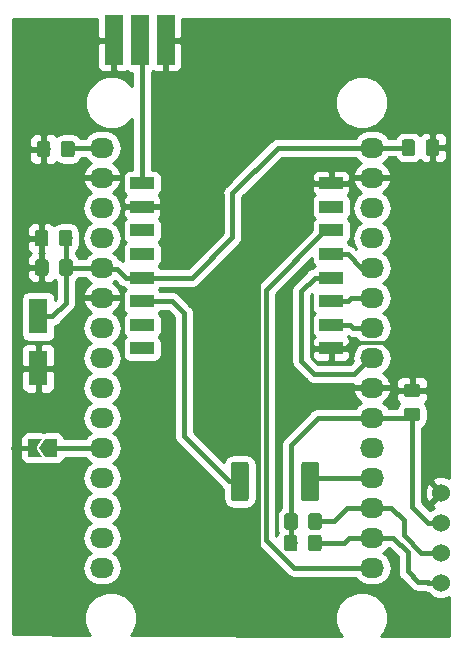
<source format=gbr>
G04 #@! TF.GenerationSoftware,KiCad,Pcbnew,(5.0.0)*
G04 #@! TF.CreationDate,2018-09-22T23:16:14+02:00*
G04 #@! TF.ProjectId,Baord,42616F72642E6B696361645F70636200,rev?*
G04 #@! TF.SameCoordinates,PX796e798PY6794360*
G04 #@! TF.FileFunction,Copper,L1,Top,Signal*
G04 #@! TF.FilePolarity,Positive*
%FSLAX46Y46*%
G04 Gerber Fmt 4.6, Leading zero omitted, Abs format (unit mm)*
G04 Created by KiCad (PCBNEW (5.0.0)) date 09/22/18 23:16:14*
%MOMM*%
%LPD*%
G01*
G04 APERTURE LIST*
G04 #@! TA.AperFunction,Conductor*
%ADD10C,0.100000*%
G04 #@! TD*
G04 #@! TA.AperFunction,SMDPad,CuDef*
%ADD11C,1.150000*%
G04 #@! TD*
G04 #@! TA.AperFunction,SMDPad,CuDef*
%ADD12R,1.600000X3.000000*%
G04 #@! TD*
G04 #@! TA.AperFunction,SMDPad,CuDef*
%ADD13C,1.525000*%
G04 #@! TD*
G04 #@! TA.AperFunction,SMDPad,CuDef*
%ADD14C,0.300000*%
G04 #@! TD*
G04 #@! TA.AperFunction,ComponentPad*
%ADD15C,1.524000*%
G04 #@! TD*
G04 #@! TA.AperFunction,SMDPad,CuDef*
%ADD16R,1.524000X4.200000*%
G04 #@! TD*
G04 #@! TA.AperFunction,SMDPad,CuDef*
%ADD17R,2.000000X1.000000*%
G04 #@! TD*
G04 #@! TA.AperFunction,ComponentPad*
%ADD18O,2.032000X1.727200*%
G04 #@! TD*
G04 #@! TA.AperFunction,ViaPad*
%ADD19C,2.000000*%
G04 #@! TD*
G04 #@! TA.AperFunction,Conductor*
%ADD20C,0.400000*%
G04 #@! TD*
G04 #@! TA.AperFunction,Conductor*
%ADD21C,0.300000*%
G04 #@! TD*
G04 #@! TA.AperFunction,Conductor*
%ADD22C,0.254000*%
G04 #@! TD*
G04 APERTURE END LIST*
D10*
G04 #@! TO.N,I2C_SCL*
G04 #@! TO.C,R4*
G36*
X26638505Y10934996D02*
X26662773Y10931396D01*
X26686572Y10925435D01*
X26709671Y10917170D01*
X26731850Y10906680D01*
X26752893Y10894068D01*
X26772599Y10879453D01*
X26790777Y10862977D01*
X26807253Y10844799D01*
X26821868Y10825093D01*
X26834480Y10804050D01*
X26844970Y10781871D01*
X26853235Y10758772D01*
X26859196Y10734973D01*
X26862796Y10710705D01*
X26864000Y10686201D01*
X26864000Y9786199D01*
X26862796Y9761695D01*
X26859196Y9737427D01*
X26853235Y9713628D01*
X26844970Y9690529D01*
X26834480Y9668350D01*
X26821868Y9647307D01*
X26807253Y9627601D01*
X26790777Y9609423D01*
X26772599Y9592947D01*
X26752893Y9578332D01*
X26731850Y9565720D01*
X26709671Y9555230D01*
X26686572Y9546965D01*
X26662773Y9541004D01*
X26638505Y9537404D01*
X26614001Y9536200D01*
X25963999Y9536200D01*
X25939495Y9537404D01*
X25915227Y9541004D01*
X25891428Y9546965D01*
X25868329Y9555230D01*
X25846150Y9565720D01*
X25825107Y9578332D01*
X25805401Y9592947D01*
X25787223Y9609423D01*
X25770747Y9627601D01*
X25756132Y9647307D01*
X25743520Y9668350D01*
X25733030Y9690529D01*
X25724765Y9713628D01*
X25718804Y9737427D01*
X25715204Y9761695D01*
X25714000Y9786199D01*
X25714000Y10686201D01*
X25715204Y10710705D01*
X25718804Y10734973D01*
X25724765Y10758772D01*
X25733030Y10781871D01*
X25743520Y10804050D01*
X25756132Y10825093D01*
X25770747Y10844799D01*
X25787223Y10862977D01*
X25805401Y10879453D01*
X25825107Y10894068D01*
X25846150Y10906680D01*
X25868329Y10917170D01*
X25891428Y10925435D01*
X25915227Y10931396D01*
X25939495Y10934996D01*
X25963999Y10936200D01*
X26614001Y10936200D01*
X26638505Y10934996D01*
X26638505Y10934996D01*
G37*
D11*
G04 #@! TD*
G04 #@! TO.P,R4,2*
G04 #@! TO.N,I2C_SCL*
X26289000Y10236200D03*
D10*
G04 #@! TO.N,VCC*
G04 #@! TO.C,R4*
G36*
X24588505Y10934996D02*
X24612773Y10931396D01*
X24636572Y10925435D01*
X24659671Y10917170D01*
X24681850Y10906680D01*
X24702893Y10894068D01*
X24722599Y10879453D01*
X24740777Y10862977D01*
X24757253Y10844799D01*
X24771868Y10825093D01*
X24784480Y10804050D01*
X24794970Y10781871D01*
X24803235Y10758772D01*
X24809196Y10734973D01*
X24812796Y10710705D01*
X24814000Y10686201D01*
X24814000Y9786199D01*
X24812796Y9761695D01*
X24809196Y9737427D01*
X24803235Y9713628D01*
X24794970Y9690529D01*
X24784480Y9668350D01*
X24771868Y9647307D01*
X24757253Y9627601D01*
X24740777Y9609423D01*
X24722599Y9592947D01*
X24702893Y9578332D01*
X24681850Y9565720D01*
X24659671Y9555230D01*
X24636572Y9546965D01*
X24612773Y9541004D01*
X24588505Y9537404D01*
X24564001Y9536200D01*
X23913999Y9536200D01*
X23889495Y9537404D01*
X23865227Y9541004D01*
X23841428Y9546965D01*
X23818329Y9555230D01*
X23796150Y9565720D01*
X23775107Y9578332D01*
X23755401Y9592947D01*
X23737223Y9609423D01*
X23720747Y9627601D01*
X23706132Y9647307D01*
X23693520Y9668350D01*
X23683030Y9690529D01*
X23674765Y9713628D01*
X23668804Y9737427D01*
X23665204Y9761695D01*
X23664000Y9786199D01*
X23664000Y10686201D01*
X23665204Y10710705D01*
X23668804Y10734973D01*
X23674765Y10758772D01*
X23683030Y10781871D01*
X23693520Y10804050D01*
X23706132Y10825093D01*
X23720747Y10844799D01*
X23737223Y10862977D01*
X23755401Y10879453D01*
X23775107Y10894068D01*
X23796150Y10906680D01*
X23818329Y10917170D01*
X23841428Y10925435D01*
X23865227Y10931396D01*
X23889495Y10934996D01*
X23913999Y10936200D01*
X24564001Y10936200D01*
X24588505Y10934996D01*
X24588505Y10934996D01*
G37*
D11*
G04 #@! TD*
G04 #@! TO.P,R4,1*
G04 #@! TO.N,VCC*
X24239000Y10236200D03*
D10*
G04 #@! TO.N,VCC*
G04 #@! TO.C,R3*
G36*
X24563105Y9106196D02*
X24587373Y9102596D01*
X24611172Y9096635D01*
X24634271Y9088370D01*
X24656450Y9077880D01*
X24677493Y9065268D01*
X24697199Y9050653D01*
X24715377Y9034177D01*
X24731853Y9015999D01*
X24746468Y8996293D01*
X24759080Y8975250D01*
X24769570Y8953071D01*
X24777835Y8929972D01*
X24783796Y8906173D01*
X24787396Y8881905D01*
X24788600Y8857401D01*
X24788600Y7957399D01*
X24787396Y7932895D01*
X24783796Y7908627D01*
X24777835Y7884828D01*
X24769570Y7861729D01*
X24759080Y7839550D01*
X24746468Y7818507D01*
X24731853Y7798801D01*
X24715377Y7780623D01*
X24697199Y7764147D01*
X24677493Y7749532D01*
X24656450Y7736920D01*
X24634271Y7726430D01*
X24611172Y7718165D01*
X24587373Y7712204D01*
X24563105Y7708604D01*
X24538601Y7707400D01*
X23888599Y7707400D01*
X23864095Y7708604D01*
X23839827Y7712204D01*
X23816028Y7718165D01*
X23792929Y7726430D01*
X23770750Y7736920D01*
X23749707Y7749532D01*
X23730001Y7764147D01*
X23711823Y7780623D01*
X23695347Y7798801D01*
X23680732Y7818507D01*
X23668120Y7839550D01*
X23657630Y7861729D01*
X23649365Y7884828D01*
X23643404Y7908627D01*
X23639804Y7932895D01*
X23638600Y7957399D01*
X23638600Y8857401D01*
X23639804Y8881905D01*
X23643404Y8906173D01*
X23649365Y8929972D01*
X23657630Y8953071D01*
X23668120Y8975250D01*
X23680732Y8996293D01*
X23695347Y9015999D01*
X23711823Y9034177D01*
X23730001Y9050653D01*
X23749707Y9065268D01*
X23770750Y9077880D01*
X23792929Y9088370D01*
X23816028Y9096635D01*
X23839827Y9102596D01*
X23864095Y9106196D01*
X23888599Y9107400D01*
X24538601Y9107400D01*
X24563105Y9106196D01*
X24563105Y9106196D01*
G37*
D11*
G04 #@! TD*
G04 #@! TO.P,R3,1*
G04 #@! TO.N,VCC*
X24213600Y8407400D03*
D10*
G04 #@! TO.N,I2C_SDA*
G04 #@! TO.C,R3*
G36*
X26613105Y9106196D02*
X26637373Y9102596D01*
X26661172Y9096635D01*
X26684271Y9088370D01*
X26706450Y9077880D01*
X26727493Y9065268D01*
X26747199Y9050653D01*
X26765377Y9034177D01*
X26781853Y9015999D01*
X26796468Y8996293D01*
X26809080Y8975250D01*
X26819570Y8953071D01*
X26827835Y8929972D01*
X26833796Y8906173D01*
X26837396Y8881905D01*
X26838600Y8857401D01*
X26838600Y7957399D01*
X26837396Y7932895D01*
X26833796Y7908627D01*
X26827835Y7884828D01*
X26819570Y7861729D01*
X26809080Y7839550D01*
X26796468Y7818507D01*
X26781853Y7798801D01*
X26765377Y7780623D01*
X26747199Y7764147D01*
X26727493Y7749532D01*
X26706450Y7736920D01*
X26684271Y7726430D01*
X26661172Y7718165D01*
X26637373Y7712204D01*
X26613105Y7708604D01*
X26588601Y7707400D01*
X25938599Y7707400D01*
X25914095Y7708604D01*
X25889827Y7712204D01*
X25866028Y7718165D01*
X25842929Y7726430D01*
X25820750Y7736920D01*
X25799707Y7749532D01*
X25780001Y7764147D01*
X25761823Y7780623D01*
X25745347Y7798801D01*
X25730732Y7818507D01*
X25718120Y7839550D01*
X25707630Y7861729D01*
X25699365Y7884828D01*
X25693404Y7908627D01*
X25689804Y7932895D01*
X25688600Y7957399D01*
X25688600Y8857401D01*
X25689804Y8881905D01*
X25693404Y8906173D01*
X25699365Y8929972D01*
X25707630Y8953071D01*
X25718120Y8975250D01*
X25730732Y8996293D01*
X25745347Y9015999D01*
X25761823Y9034177D01*
X25780001Y9050653D01*
X25799707Y9065268D01*
X25820750Y9077880D01*
X25842929Y9088370D01*
X25866028Y9096635D01*
X25889827Y9102596D01*
X25914095Y9106196D01*
X25938599Y9107400D01*
X26588601Y9107400D01*
X26613105Y9106196D01*
X26613105Y9106196D01*
G37*
D11*
G04 #@! TD*
G04 #@! TO.P,R3,2*
G04 #@! TO.N,I2C_SDA*
X26263600Y8407400D03*
D12*
G04 #@! TO.P,C4,1*
G04 #@! TO.N,VCC*
X2844800Y27590200D03*
G04 #@! TO.P,C4,2*
G04 #@! TO.N,GND*
X2844800Y23190200D03*
G04 #@! TD*
D10*
G04 #@! TO.N,INT*
G04 #@! TO.C,R2*
G36*
X26409905Y15288196D02*
X26434173Y15284596D01*
X26457972Y15278635D01*
X26481071Y15270370D01*
X26503250Y15259880D01*
X26524293Y15247268D01*
X26543999Y15232653D01*
X26562177Y15216177D01*
X26578653Y15197999D01*
X26593268Y15178293D01*
X26605880Y15157250D01*
X26616370Y15135071D01*
X26624635Y15111972D01*
X26630596Y15088173D01*
X26634196Y15063905D01*
X26635400Y15039401D01*
X26635400Y12189399D01*
X26634196Y12164895D01*
X26630596Y12140627D01*
X26624635Y12116828D01*
X26616370Y12093729D01*
X26605880Y12071550D01*
X26593268Y12050507D01*
X26578653Y12030801D01*
X26562177Y12012623D01*
X26543999Y11996147D01*
X26524293Y11981532D01*
X26503250Y11968920D01*
X26481071Y11958430D01*
X26457972Y11950165D01*
X26434173Y11944204D01*
X26409905Y11940604D01*
X26385401Y11939400D01*
X25360399Y11939400D01*
X25335895Y11940604D01*
X25311627Y11944204D01*
X25287828Y11950165D01*
X25264729Y11958430D01*
X25242550Y11968920D01*
X25221507Y11981532D01*
X25201801Y11996147D01*
X25183623Y12012623D01*
X25167147Y12030801D01*
X25152532Y12050507D01*
X25139920Y12071550D01*
X25129430Y12093729D01*
X25121165Y12116828D01*
X25115204Y12140627D01*
X25111604Y12164895D01*
X25110400Y12189399D01*
X25110400Y15039401D01*
X25111604Y15063905D01*
X25115204Y15088173D01*
X25121165Y15111972D01*
X25129430Y15135071D01*
X25139920Y15157250D01*
X25152532Y15178293D01*
X25167147Y15197999D01*
X25183623Y15216177D01*
X25201801Y15232653D01*
X25221507Y15247268D01*
X25242550Y15259880D01*
X25264729Y15270370D01*
X25287828Y15278635D01*
X25311627Y15284596D01*
X25335895Y15288196D01*
X25360399Y15289400D01*
X26385401Y15289400D01*
X26409905Y15288196D01*
X26409905Y15288196D01*
G37*
D13*
G04 #@! TD*
G04 #@! TO.P,R2,1*
G04 #@! TO.N,INT*
X25872900Y13614400D03*
D10*
G04 #@! TO.N,Net-(R2-Pad2)*
G04 #@! TO.C,R2*
G36*
X20434905Y15288196D02*
X20459173Y15284596D01*
X20482972Y15278635D01*
X20506071Y15270370D01*
X20528250Y15259880D01*
X20549293Y15247268D01*
X20568999Y15232653D01*
X20587177Y15216177D01*
X20603653Y15197999D01*
X20618268Y15178293D01*
X20630880Y15157250D01*
X20641370Y15135071D01*
X20649635Y15111972D01*
X20655596Y15088173D01*
X20659196Y15063905D01*
X20660400Y15039401D01*
X20660400Y12189399D01*
X20659196Y12164895D01*
X20655596Y12140627D01*
X20649635Y12116828D01*
X20641370Y12093729D01*
X20630880Y12071550D01*
X20618268Y12050507D01*
X20603653Y12030801D01*
X20587177Y12012623D01*
X20568999Y11996147D01*
X20549293Y11981532D01*
X20528250Y11968920D01*
X20506071Y11958430D01*
X20482972Y11950165D01*
X20459173Y11944204D01*
X20434905Y11940604D01*
X20410401Y11939400D01*
X19385399Y11939400D01*
X19360895Y11940604D01*
X19336627Y11944204D01*
X19312828Y11950165D01*
X19289729Y11958430D01*
X19267550Y11968920D01*
X19246507Y11981532D01*
X19226801Y11996147D01*
X19208623Y12012623D01*
X19192147Y12030801D01*
X19177532Y12050507D01*
X19164920Y12071550D01*
X19154430Y12093729D01*
X19146165Y12116828D01*
X19140204Y12140627D01*
X19136604Y12164895D01*
X19135400Y12189399D01*
X19135400Y15039401D01*
X19136604Y15063905D01*
X19140204Y15088173D01*
X19146165Y15111972D01*
X19154430Y15135071D01*
X19164920Y15157250D01*
X19177532Y15178293D01*
X19192147Y15197999D01*
X19208623Y15216177D01*
X19226801Y15232653D01*
X19246507Y15247268D01*
X19267550Y15259880D01*
X19289729Y15270370D01*
X19312828Y15278635D01*
X19336627Y15284596D01*
X19360895Y15288196D01*
X19385399Y15289400D01*
X20410401Y15289400D01*
X20434905Y15288196D01*
X20434905Y15288196D01*
G37*
D13*
G04 #@! TD*
G04 #@! TO.P,R2,2*
G04 #@! TO.N,Net-(R2-Pad2)*
X19897900Y13614400D03*
D10*
G04 #@! TO.N,GND*
G04 #@! TO.C,C6*
G36*
X34967705Y21902396D02*
X34991973Y21898796D01*
X35015772Y21892835D01*
X35038871Y21884570D01*
X35061050Y21874080D01*
X35082093Y21861468D01*
X35101799Y21846853D01*
X35119977Y21830377D01*
X35136453Y21812199D01*
X35151068Y21792493D01*
X35163680Y21771450D01*
X35174170Y21749271D01*
X35182435Y21726172D01*
X35188396Y21702373D01*
X35191996Y21678105D01*
X35193200Y21653601D01*
X35193200Y21003599D01*
X35191996Y20979095D01*
X35188396Y20954827D01*
X35182435Y20931028D01*
X35174170Y20907929D01*
X35163680Y20885750D01*
X35151068Y20864707D01*
X35136453Y20845001D01*
X35119977Y20826823D01*
X35101799Y20810347D01*
X35082093Y20795732D01*
X35061050Y20783120D01*
X35038871Y20772630D01*
X35015772Y20764365D01*
X34991973Y20758404D01*
X34967705Y20754804D01*
X34943201Y20753600D01*
X34043199Y20753600D01*
X34018695Y20754804D01*
X33994427Y20758404D01*
X33970628Y20764365D01*
X33947529Y20772630D01*
X33925350Y20783120D01*
X33904307Y20795732D01*
X33884601Y20810347D01*
X33866423Y20826823D01*
X33849947Y20845001D01*
X33835332Y20864707D01*
X33822720Y20885750D01*
X33812230Y20907929D01*
X33803965Y20931028D01*
X33798004Y20954827D01*
X33794404Y20979095D01*
X33793200Y21003599D01*
X33793200Y21653601D01*
X33794404Y21678105D01*
X33798004Y21702373D01*
X33803965Y21726172D01*
X33812230Y21749271D01*
X33822720Y21771450D01*
X33835332Y21792493D01*
X33849947Y21812199D01*
X33866423Y21830377D01*
X33884601Y21846853D01*
X33904307Y21861468D01*
X33925350Y21874080D01*
X33947529Y21884570D01*
X33970628Y21892835D01*
X33994427Y21898796D01*
X34018695Y21902396D01*
X34043199Y21903600D01*
X34943201Y21903600D01*
X34967705Y21902396D01*
X34967705Y21902396D01*
G37*
D11*
G04 #@! TD*
G04 #@! TO.P,C6,2*
G04 #@! TO.N,GND*
X34493200Y21328600D03*
D10*
G04 #@! TO.N,VCC*
G04 #@! TO.C,C6*
G36*
X34967705Y19852396D02*
X34991973Y19848796D01*
X35015772Y19842835D01*
X35038871Y19834570D01*
X35061050Y19824080D01*
X35082093Y19811468D01*
X35101799Y19796853D01*
X35119977Y19780377D01*
X35136453Y19762199D01*
X35151068Y19742493D01*
X35163680Y19721450D01*
X35174170Y19699271D01*
X35182435Y19676172D01*
X35188396Y19652373D01*
X35191996Y19628105D01*
X35193200Y19603601D01*
X35193200Y18953599D01*
X35191996Y18929095D01*
X35188396Y18904827D01*
X35182435Y18881028D01*
X35174170Y18857929D01*
X35163680Y18835750D01*
X35151068Y18814707D01*
X35136453Y18795001D01*
X35119977Y18776823D01*
X35101799Y18760347D01*
X35082093Y18745732D01*
X35061050Y18733120D01*
X35038871Y18722630D01*
X35015772Y18714365D01*
X34991973Y18708404D01*
X34967705Y18704804D01*
X34943201Y18703600D01*
X34043199Y18703600D01*
X34018695Y18704804D01*
X33994427Y18708404D01*
X33970628Y18714365D01*
X33947529Y18722630D01*
X33925350Y18733120D01*
X33904307Y18745732D01*
X33884601Y18760347D01*
X33866423Y18776823D01*
X33849947Y18795001D01*
X33835332Y18814707D01*
X33822720Y18835750D01*
X33812230Y18857929D01*
X33803965Y18881028D01*
X33798004Y18904827D01*
X33794404Y18929095D01*
X33793200Y18953599D01*
X33793200Y19603601D01*
X33794404Y19628105D01*
X33798004Y19652373D01*
X33803965Y19676172D01*
X33812230Y19699271D01*
X33822720Y19721450D01*
X33835332Y19742493D01*
X33849947Y19762199D01*
X33866423Y19780377D01*
X33884601Y19796853D01*
X33904307Y19811468D01*
X33925350Y19824080D01*
X33947529Y19834570D01*
X33970628Y19842835D01*
X33994427Y19848796D01*
X34018695Y19852396D01*
X34043199Y19853600D01*
X34943201Y19853600D01*
X34967705Y19852396D01*
X34967705Y19852396D01*
G37*
D11*
G04 #@! TD*
G04 #@! TO.P,C6,1*
G04 #@! TO.N,VCC*
X34493200Y19278600D03*
D10*
G04 #@! TO.N,Net-(C5-Pad1)*
G04 #@! TO.C,C5*
G36*
X5692505Y42456396D02*
X5716773Y42452796D01*
X5740572Y42446835D01*
X5763671Y42438570D01*
X5785850Y42428080D01*
X5806893Y42415468D01*
X5826599Y42400853D01*
X5844777Y42384377D01*
X5861253Y42366199D01*
X5875868Y42346493D01*
X5888480Y42325450D01*
X5898970Y42303271D01*
X5907235Y42280172D01*
X5913196Y42256373D01*
X5916796Y42232105D01*
X5918000Y42207601D01*
X5918000Y41307599D01*
X5916796Y41283095D01*
X5913196Y41258827D01*
X5907235Y41235028D01*
X5898970Y41211929D01*
X5888480Y41189750D01*
X5875868Y41168707D01*
X5861253Y41149001D01*
X5844777Y41130823D01*
X5826599Y41114347D01*
X5806893Y41099732D01*
X5785850Y41087120D01*
X5763671Y41076630D01*
X5740572Y41068365D01*
X5716773Y41062404D01*
X5692505Y41058804D01*
X5668001Y41057600D01*
X5017999Y41057600D01*
X4993495Y41058804D01*
X4969227Y41062404D01*
X4945428Y41068365D01*
X4922329Y41076630D01*
X4900150Y41087120D01*
X4879107Y41099732D01*
X4859401Y41114347D01*
X4841223Y41130823D01*
X4824747Y41149001D01*
X4810132Y41168707D01*
X4797520Y41189750D01*
X4787030Y41211929D01*
X4778765Y41235028D01*
X4772804Y41258827D01*
X4769204Y41283095D01*
X4768000Y41307599D01*
X4768000Y42207601D01*
X4769204Y42232105D01*
X4772804Y42256373D01*
X4778765Y42280172D01*
X4787030Y42303271D01*
X4797520Y42325450D01*
X4810132Y42346493D01*
X4824747Y42366199D01*
X4841223Y42384377D01*
X4859401Y42400853D01*
X4879107Y42415468D01*
X4900150Y42428080D01*
X4922329Y42438570D01*
X4945428Y42446835D01*
X4969227Y42452796D01*
X4993495Y42456396D01*
X5017999Y42457600D01*
X5668001Y42457600D01*
X5692505Y42456396D01*
X5692505Y42456396D01*
G37*
D11*
G04 #@! TD*
G04 #@! TO.P,C5,1*
G04 #@! TO.N,Net-(C5-Pad1)*
X5343000Y41757600D03*
D10*
G04 #@! TO.N,GND*
G04 #@! TO.C,C5*
G36*
X3642505Y42456396D02*
X3666773Y42452796D01*
X3690572Y42446835D01*
X3713671Y42438570D01*
X3735850Y42428080D01*
X3756893Y42415468D01*
X3776599Y42400853D01*
X3794777Y42384377D01*
X3811253Y42366199D01*
X3825868Y42346493D01*
X3838480Y42325450D01*
X3848970Y42303271D01*
X3857235Y42280172D01*
X3863196Y42256373D01*
X3866796Y42232105D01*
X3868000Y42207601D01*
X3868000Y41307599D01*
X3866796Y41283095D01*
X3863196Y41258827D01*
X3857235Y41235028D01*
X3848970Y41211929D01*
X3838480Y41189750D01*
X3825868Y41168707D01*
X3811253Y41149001D01*
X3794777Y41130823D01*
X3776599Y41114347D01*
X3756893Y41099732D01*
X3735850Y41087120D01*
X3713671Y41076630D01*
X3690572Y41068365D01*
X3666773Y41062404D01*
X3642505Y41058804D01*
X3618001Y41057600D01*
X2967999Y41057600D01*
X2943495Y41058804D01*
X2919227Y41062404D01*
X2895428Y41068365D01*
X2872329Y41076630D01*
X2850150Y41087120D01*
X2829107Y41099732D01*
X2809401Y41114347D01*
X2791223Y41130823D01*
X2774747Y41149001D01*
X2760132Y41168707D01*
X2747520Y41189750D01*
X2737030Y41211929D01*
X2728765Y41235028D01*
X2722804Y41258827D01*
X2719204Y41283095D01*
X2718000Y41307599D01*
X2718000Y42207601D01*
X2719204Y42232105D01*
X2722804Y42256373D01*
X2728765Y42280172D01*
X2737030Y42303271D01*
X2747520Y42325450D01*
X2760132Y42346493D01*
X2774747Y42366199D01*
X2791223Y42384377D01*
X2809401Y42400853D01*
X2829107Y42415468D01*
X2850150Y42428080D01*
X2872329Y42438570D01*
X2895428Y42446835D01*
X2919227Y42452796D01*
X2943495Y42456396D01*
X2967999Y42457600D01*
X3618001Y42457600D01*
X3642505Y42456396D01*
X3642505Y42456396D01*
G37*
D11*
G04 #@! TD*
G04 #@! TO.P,C5,2*
G04 #@! TO.N,GND*
X3293000Y41757600D03*
D14*
G04 #@! TO.P,JP1,2*
G04 #@! TO.N,GND*
X2487000Y16459200D03*
D10*
G04 #@! TD*
G04 #@! TO.N,GND*
G04 #@! TO.C,JP1*
G36*
X1987000Y17209200D02*
X3137000Y17209200D01*
X2637000Y16459200D01*
X3137000Y15709200D01*
X1987000Y15709200D01*
X1987000Y17209200D01*
X1987000Y17209200D01*
G37*
D14*
G04 #@! TO.P,JP1,1*
G04 #@! TO.N,Net-(JP1-Pad1)*
X3937000Y16459200D03*
D10*
G04 #@! TD*
G04 #@! TO.N,Net-(JP1-Pad1)*
G04 #@! TO.C,JP1*
G36*
X2937000Y16459200D02*
X3437000Y17209200D01*
X4437000Y17209200D01*
X4437000Y15709200D01*
X3437000Y15709200D01*
X2937000Y16459200D01*
X2937000Y16459200D01*
G37*
G04 #@! TO.N,VCC*
G04 #@! TO.C,C3*
G36*
X5540105Y32423396D02*
X5564373Y32419796D01*
X5588172Y32413835D01*
X5611271Y32405570D01*
X5633450Y32395080D01*
X5654493Y32382468D01*
X5674199Y32367853D01*
X5692377Y32351377D01*
X5708853Y32333199D01*
X5723468Y32313493D01*
X5736080Y32292450D01*
X5746570Y32270271D01*
X5754835Y32247172D01*
X5760796Y32223373D01*
X5764396Y32199105D01*
X5765600Y32174601D01*
X5765600Y31274599D01*
X5764396Y31250095D01*
X5760796Y31225827D01*
X5754835Y31202028D01*
X5746570Y31178929D01*
X5736080Y31156750D01*
X5723468Y31135707D01*
X5708853Y31116001D01*
X5692377Y31097823D01*
X5674199Y31081347D01*
X5654493Y31066732D01*
X5633450Y31054120D01*
X5611271Y31043630D01*
X5588172Y31035365D01*
X5564373Y31029404D01*
X5540105Y31025804D01*
X5515601Y31024600D01*
X4865599Y31024600D01*
X4841095Y31025804D01*
X4816827Y31029404D01*
X4793028Y31035365D01*
X4769929Y31043630D01*
X4747750Y31054120D01*
X4726707Y31066732D01*
X4707001Y31081347D01*
X4688823Y31097823D01*
X4672347Y31116001D01*
X4657732Y31135707D01*
X4645120Y31156750D01*
X4634630Y31178929D01*
X4626365Y31202028D01*
X4620404Y31225827D01*
X4616804Y31250095D01*
X4615600Y31274599D01*
X4615600Y32174601D01*
X4616804Y32199105D01*
X4620404Y32223373D01*
X4626365Y32247172D01*
X4634630Y32270271D01*
X4645120Y32292450D01*
X4657732Y32313493D01*
X4672347Y32333199D01*
X4688823Y32351377D01*
X4707001Y32367853D01*
X4726707Y32382468D01*
X4747750Y32395080D01*
X4769929Y32405570D01*
X4793028Y32413835D01*
X4816827Y32419796D01*
X4841095Y32423396D01*
X4865599Y32424600D01*
X5515601Y32424600D01*
X5540105Y32423396D01*
X5540105Y32423396D01*
G37*
D11*
G04 #@! TD*
G04 #@! TO.P,C3,1*
G04 #@! TO.N,VCC*
X5190600Y31724600D03*
D10*
G04 #@! TO.N,GND*
G04 #@! TO.C,C3*
G36*
X3490105Y32423396D02*
X3514373Y32419796D01*
X3538172Y32413835D01*
X3561271Y32405570D01*
X3583450Y32395080D01*
X3604493Y32382468D01*
X3624199Y32367853D01*
X3642377Y32351377D01*
X3658853Y32333199D01*
X3673468Y32313493D01*
X3686080Y32292450D01*
X3696570Y32270271D01*
X3704835Y32247172D01*
X3710796Y32223373D01*
X3714396Y32199105D01*
X3715600Y32174601D01*
X3715600Y31274599D01*
X3714396Y31250095D01*
X3710796Y31225827D01*
X3704835Y31202028D01*
X3696570Y31178929D01*
X3686080Y31156750D01*
X3673468Y31135707D01*
X3658853Y31116001D01*
X3642377Y31097823D01*
X3624199Y31081347D01*
X3604493Y31066732D01*
X3583450Y31054120D01*
X3561271Y31043630D01*
X3538172Y31035365D01*
X3514373Y31029404D01*
X3490105Y31025804D01*
X3465601Y31024600D01*
X2815599Y31024600D01*
X2791095Y31025804D01*
X2766827Y31029404D01*
X2743028Y31035365D01*
X2719929Y31043630D01*
X2697750Y31054120D01*
X2676707Y31066732D01*
X2657001Y31081347D01*
X2638823Y31097823D01*
X2622347Y31116001D01*
X2607732Y31135707D01*
X2595120Y31156750D01*
X2584630Y31178929D01*
X2576365Y31202028D01*
X2570404Y31225827D01*
X2566804Y31250095D01*
X2565600Y31274599D01*
X2565600Y32174601D01*
X2566804Y32199105D01*
X2570404Y32223373D01*
X2576365Y32247172D01*
X2584630Y32270271D01*
X2595120Y32292450D01*
X2607732Y32313493D01*
X2622347Y32333199D01*
X2638823Y32351377D01*
X2657001Y32367853D01*
X2676707Y32382468D01*
X2697750Y32395080D01*
X2719929Y32405570D01*
X2743028Y32413835D01*
X2766827Y32419796D01*
X2791095Y32423396D01*
X2815599Y32424600D01*
X3465601Y32424600D01*
X3490105Y32423396D01*
X3490105Y32423396D01*
G37*
D11*
G04 #@! TD*
G04 #@! TO.P,C3,2*
G04 #@! TO.N,GND*
X3140600Y31724600D03*
D10*
G04 #@! TO.N,GND*
G04 #@! TO.C,C2*
G36*
X3464705Y34912596D02*
X3488973Y34908996D01*
X3512772Y34903035D01*
X3535871Y34894770D01*
X3558050Y34884280D01*
X3579093Y34871668D01*
X3598799Y34857053D01*
X3616977Y34840577D01*
X3633453Y34822399D01*
X3648068Y34802693D01*
X3660680Y34781650D01*
X3671170Y34759471D01*
X3679435Y34736372D01*
X3685396Y34712573D01*
X3688996Y34688305D01*
X3690200Y34663801D01*
X3690200Y33763799D01*
X3688996Y33739295D01*
X3685396Y33715027D01*
X3679435Y33691228D01*
X3671170Y33668129D01*
X3660680Y33645950D01*
X3648068Y33624907D01*
X3633453Y33605201D01*
X3616977Y33587023D01*
X3598799Y33570547D01*
X3579093Y33555932D01*
X3558050Y33543320D01*
X3535871Y33532830D01*
X3512772Y33524565D01*
X3488973Y33518604D01*
X3464705Y33515004D01*
X3440201Y33513800D01*
X2790199Y33513800D01*
X2765695Y33515004D01*
X2741427Y33518604D01*
X2717628Y33524565D01*
X2694529Y33532830D01*
X2672350Y33543320D01*
X2651307Y33555932D01*
X2631601Y33570547D01*
X2613423Y33587023D01*
X2596947Y33605201D01*
X2582332Y33624907D01*
X2569720Y33645950D01*
X2559230Y33668129D01*
X2550965Y33691228D01*
X2545004Y33715027D01*
X2541404Y33739295D01*
X2540200Y33763799D01*
X2540200Y34663801D01*
X2541404Y34688305D01*
X2545004Y34712573D01*
X2550965Y34736372D01*
X2559230Y34759471D01*
X2569720Y34781650D01*
X2582332Y34802693D01*
X2596947Y34822399D01*
X2613423Y34840577D01*
X2631601Y34857053D01*
X2651307Y34871668D01*
X2672350Y34884280D01*
X2694529Y34894770D01*
X2717628Y34903035D01*
X2741427Y34908996D01*
X2765695Y34912596D01*
X2790199Y34913800D01*
X3440201Y34913800D01*
X3464705Y34912596D01*
X3464705Y34912596D01*
G37*
D11*
G04 #@! TD*
G04 #@! TO.P,C2,2*
G04 #@! TO.N,GND*
X3115200Y34213800D03*
D10*
G04 #@! TO.N,VCC*
G04 #@! TO.C,C2*
G36*
X5514705Y34912596D02*
X5538973Y34908996D01*
X5562772Y34903035D01*
X5585871Y34894770D01*
X5608050Y34884280D01*
X5629093Y34871668D01*
X5648799Y34857053D01*
X5666977Y34840577D01*
X5683453Y34822399D01*
X5698068Y34802693D01*
X5710680Y34781650D01*
X5721170Y34759471D01*
X5729435Y34736372D01*
X5735396Y34712573D01*
X5738996Y34688305D01*
X5740200Y34663801D01*
X5740200Y33763799D01*
X5738996Y33739295D01*
X5735396Y33715027D01*
X5729435Y33691228D01*
X5721170Y33668129D01*
X5710680Y33645950D01*
X5698068Y33624907D01*
X5683453Y33605201D01*
X5666977Y33587023D01*
X5648799Y33570547D01*
X5629093Y33555932D01*
X5608050Y33543320D01*
X5585871Y33532830D01*
X5562772Y33524565D01*
X5538973Y33518604D01*
X5514705Y33515004D01*
X5490201Y33513800D01*
X4840199Y33513800D01*
X4815695Y33515004D01*
X4791427Y33518604D01*
X4767628Y33524565D01*
X4744529Y33532830D01*
X4722350Y33543320D01*
X4701307Y33555932D01*
X4681601Y33570547D01*
X4663423Y33587023D01*
X4646947Y33605201D01*
X4632332Y33624907D01*
X4619720Y33645950D01*
X4609230Y33668129D01*
X4600965Y33691228D01*
X4595004Y33715027D01*
X4591404Y33739295D01*
X4590200Y33763799D01*
X4590200Y34663801D01*
X4591404Y34688305D01*
X4595004Y34712573D01*
X4600965Y34736372D01*
X4609230Y34759471D01*
X4619720Y34781650D01*
X4632332Y34802693D01*
X4646947Y34822399D01*
X4663423Y34840577D01*
X4681601Y34857053D01*
X4701307Y34871668D01*
X4722350Y34884280D01*
X4744529Y34894770D01*
X4767628Y34903035D01*
X4791427Y34908996D01*
X4815695Y34912596D01*
X4840199Y34913800D01*
X5490201Y34913800D01*
X5514705Y34912596D01*
X5514705Y34912596D01*
G37*
D11*
G04 #@! TD*
G04 #@! TO.P,C2,1*
G04 #@! TO.N,VCC*
X5165200Y34213800D03*
D10*
G04 #@! TO.N,VCC*
G04 #@! TO.C,C1*
G36*
X34528905Y42583396D02*
X34553173Y42579796D01*
X34576972Y42573835D01*
X34600071Y42565570D01*
X34622250Y42555080D01*
X34643293Y42542468D01*
X34662999Y42527853D01*
X34681177Y42511377D01*
X34697653Y42493199D01*
X34712268Y42473493D01*
X34724880Y42452450D01*
X34735370Y42430271D01*
X34743635Y42407172D01*
X34749596Y42383373D01*
X34753196Y42359105D01*
X34754400Y42334601D01*
X34754400Y41434599D01*
X34753196Y41410095D01*
X34749596Y41385827D01*
X34743635Y41362028D01*
X34735370Y41338929D01*
X34724880Y41316750D01*
X34712268Y41295707D01*
X34697653Y41276001D01*
X34681177Y41257823D01*
X34662999Y41241347D01*
X34643293Y41226732D01*
X34622250Y41214120D01*
X34600071Y41203630D01*
X34576972Y41195365D01*
X34553173Y41189404D01*
X34528905Y41185804D01*
X34504401Y41184600D01*
X33854399Y41184600D01*
X33829895Y41185804D01*
X33805627Y41189404D01*
X33781828Y41195365D01*
X33758729Y41203630D01*
X33736550Y41214120D01*
X33715507Y41226732D01*
X33695801Y41241347D01*
X33677623Y41257823D01*
X33661147Y41276001D01*
X33646532Y41295707D01*
X33633920Y41316750D01*
X33623430Y41338929D01*
X33615165Y41362028D01*
X33609204Y41385827D01*
X33605604Y41410095D01*
X33604400Y41434599D01*
X33604400Y42334601D01*
X33605604Y42359105D01*
X33609204Y42383373D01*
X33615165Y42407172D01*
X33623430Y42430271D01*
X33633920Y42452450D01*
X33646532Y42473493D01*
X33661147Y42493199D01*
X33677623Y42511377D01*
X33695801Y42527853D01*
X33715507Y42542468D01*
X33736550Y42555080D01*
X33758729Y42565570D01*
X33781828Y42573835D01*
X33805627Y42579796D01*
X33829895Y42583396D01*
X33854399Y42584600D01*
X34504401Y42584600D01*
X34528905Y42583396D01*
X34528905Y42583396D01*
G37*
D11*
G04 #@! TD*
G04 #@! TO.P,C1,1*
G04 #@! TO.N,VCC*
X34179400Y41884600D03*
D10*
G04 #@! TO.N,GND*
G04 #@! TO.C,C1*
G36*
X36578905Y42583396D02*
X36603173Y42579796D01*
X36626972Y42573835D01*
X36650071Y42565570D01*
X36672250Y42555080D01*
X36693293Y42542468D01*
X36712999Y42527853D01*
X36731177Y42511377D01*
X36747653Y42493199D01*
X36762268Y42473493D01*
X36774880Y42452450D01*
X36785370Y42430271D01*
X36793635Y42407172D01*
X36799596Y42383373D01*
X36803196Y42359105D01*
X36804400Y42334601D01*
X36804400Y41434599D01*
X36803196Y41410095D01*
X36799596Y41385827D01*
X36793635Y41362028D01*
X36785370Y41338929D01*
X36774880Y41316750D01*
X36762268Y41295707D01*
X36747653Y41276001D01*
X36731177Y41257823D01*
X36712999Y41241347D01*
X36693293Y41226732D01*
X36672250Y41214120D01*
X36650071Y41203630D01*
X36626972Y41195365D01*
X36603173Y41189404D01*
X36578905Y41185804D01*
X36554401Y41184600D01*
X35904399Y41184600D01*
X35879895Y41185804D01*
X35855627Y41189404D01*
X35831828Y41195365D01*
X35808729Y41203630D01*
X35786550Y41214120D01*
X35765507Y41226732D01*
X35745801Y41241347D01*
X35727623Y41257823D01*
X35711147Y41276001D01*
X35696532Y41295707D01*
X35683920Y41316750D01*
X35673430Y41338929D01*
X35665165Y41362028D01*
X35659204Y41385827D01*
X35655604Y41410095D01*
X35654400Y41434599D01*
X35654400Y42334601D01*
X35655604Y42359105D01*
X35659204Y42383373D01*
X35665165Y42407172D01*
X35673430Y42430271D01*
X35683920Y42452450D01*
X35696532Y42473493D01*
X35711147Y42493199D01*
X35727623Y42511377D01*
X35745801Y42527853D01*
X35765507Y42542468D01*
X35786550Y42555080D01*
X35808729Y42565570D01*
X35831828Y42573835D01*
X35855627Y42579796D01*
X35879895Y42583396D01*
X35904399Y42584600D01*
X36554401Y42584600D01*
X36578905Y42583396D01*
X36578905Y42583396D01*
G37*
D11*
G04 #@! TD*
G04 #@! TO.P,C1,2*
G04 #@! TO.N,GND*
X36229400Y41884600D03*
D15*
G04 #@! TO.P,U2,1*
G04 #@! TO.N,I2C_SDA*
X36958600Y5040600D03*
G04 #@! TO.P,U2,2*
G04 #@! TO.N,I2C_SCL*
X36958600Y7580600D03*
G04 #@! TO.P,U2,3*
G04 #@! TO.N,VCC*
X36958600Y10120600D03*
G04 #@! TO.P,U2,4*
G04 #@! TO.N,GND*
X36958600Y12660600D03*
G04 #@! TD*
D16*
G04 #@! TO.P,J1,2*
G04 #@! TO.N,GND*
X13630000Y50977800D03*
G04 #@! TO.P,J1,1*
G04 #@! TO.N,Net-(J1-Pad1)*
X11430000Y50977800D03*
G04 #@! TO.P,J1,2*
G04 #@! TO.N,GND*
X9230000Y50977800D03*
G04 #@! TD*
D17*
G04 #@! TO.P,U3,1*
G04 #@! TO.N,GND*
X27634200Y24877000D03*
G04 #@! TO.P,U3,2*
G04 #@! TO.N,MISO*
X27634200Y26877000D03*
G04 #@! TO.P,U3,3*
G04 #@! TO.N,MOSI*
X27634200Y28877000D03*
G04 #@! TO.P,U3,4*
G04 #@! TO.N,SCK*
X27634200Y30877000D03*
G04 #@! TO.P,U3,5*
G04 #@! TO.N,CS*
X27634200Y32877000D03*
G04 #@! TO.P,U3,6*
G04 #@! TO.N,RESET*
X27634200Y34877000D03*
G04 #@! TO.P,U3,7*
G04 #@! TO.N,Net-(U3-Pad7)*
X27634200Y36877000D03*
G04 #@! TO.P,U3,8*
G04 #@! TO.N,GND*
X27634200Y38877000D03*
G04 #@! TO.P,U3,9*
G04 #@! TO.N,Net-(J1-Pad1)*
X11634200Y38877000D03*
G04 #@! TO.P,U3,10*
G04 #@! TO.N,GND*
X11634200Y36877000D03*
G04 #@! TO.P,U3,11*
G04 #@! TO.N,Net-(U3-Pad11)*
X11634200Y34877000D03*
G04 #@! TO.P,U3,12*
G04 #@! TO.N,Net-(U3-Pad12)*
X11634200Y32877000D03*
G04 #@! TO.P,U3,13*
G04 #@! TO.N,VCC*
X11634200Y30877000D03*
G04 #@! TO.P,U3,14*
G04 #@! TO.N,Net-(R2-Pad2)*
X11634200Y28877000D03*
G04 #@! TO.P,U3,15*
G04 #@! TO.N,Net-(U3-Pad15)*
X11634200Y26877000D03*
G04 #@! TO.P,U3,16*
G04 #@! TO.N,Net-(U3-Pad16)*
X11634200Y24877000D03*
G04 #@! TD*
D18*
G04 #@! TO.P,U1,1*
G04 #@! TO.N,Net-(U1-Pad1)*
X8242300Y6311900D03*
G04 #@! TO.P,U1,2*
G04 #@! TO.N,Net-(U1-Pad2)*
X8242300Y8851900D03*
G04 #@! TO.P,U1,3*
G04 #@! TO.N,Net-(U1-Pad3)*
X8242300Y11391900D03*
G04 #@! TO.P,U1,4*
G04 #@! TO.N,Net-(U1-Pad4)*
X8242300Y13931900D03*
G04 #@! TO.P,U1,5*
G04 #@! TO.N,Net-(JP1-Pad1)*
X8242300Y16471900D03*
G04 #@! TO.P,U1,6*
G04 #@! TO.N,Net-(U1-Pad6)*
X8242300Y19011900D03*
G04 #@! TO.P,U1,7*
G04 #@! TO.N,Net-(U1-Pad7)*
X8242300Y21551900D03*
G04 #@! TO.P,U1,8*
G04 #@! TO.N,Net-(U1-Pad8)*
X8242300Y24091900D03*
G04 #@! TO.P,U1,9*
G04 #@! TO.N,Net-(U1-Pad9)*
X8242300Y26631900D03*
G04 #@! TO.P,U1,10*
G04 #@! TO.N,GND*
X8242300Y29171900D03*
G04 #@! TO.P,U1,11*
G04 #@! TO.N,VCC*
X8242300Y31711900D03*
G04 #@! TO.P,U1,12*
G04 #@! TO.N,Net-(U1-Pad12)*
X8242300Y34251900D03*
G04 #@! TO.P,U1,13*
G04 #@! TO.N,Net-(U1-Pad13)*
X8242300Y36791900D03*
G04 #@! TO.P,U1,14*
G04 #@! TO.N,GND*
X8242300Y39331900D03*
G04 #@! TO.P,U1,15*
G04 #@! TO.N,Net-(C5-Pad1)*
X8242300Y41871900D03*
G04 #@! TO.P,U1,30*
G04 #@! TO.N,RESET*
X31102300Y6311900D03*
G04 #@! TO.P,U1,18*
G04 #@! TO.N,Net-(U1-Pad18)*
X31102300Y36791900D03*
G04 #@! TO.P,U1,17*
G04 #@! TO.N,GND*
X31102300Y39331900D03*
G04 #@! TO.P,U1,19*
G04 #@! TO.N,Net-(U1-Pad19)*
X31102300Y34251900D03*
G04 #@! TO.P,U1,25*
G04 #@! TO.N,VCC*
X31102300Y19011900D03*
G04 #@! TO.P,U1,26*
G04 #@! TO.N,Net-(U1-Pad26)*
X31102300Y16471900D03*
G04 #@! TO.P,U1,24*
G04 #@! TO.N,GND*
X31102300Y21551900D03*
G04 #@! TO.P,U1,16*
G04 #@! TO.N,VCC*
X31102300Y41871900D03*
G04 #@! TO.P,U1,22*
G04 #@! TO.N,MISO*
X31102300Y26631900D03*
G04 #@! TO.P,U1,23*
G04 #@! TO.N,SCK*
X31102300Y24091900D03*
G04 #@! TO.P,U1,21*
G04 #@! TO.N,MOSI*
X31102300Y29171900D03*
G04 #@! TO.P,U1,20*
G04 #@! TO.N,CS*
X31102300Y31711900D03*
G04 #@! TO.P,U1,28*
G04 #@! TO.N,I2C_SCL*
X31102300Y11391900D03*
G04 #@! TO.P,U1,27*
G04 #@! TO.N,INT*
X31102300Y13931900D03*
G04 #@! TO.P,U1,29*
G04 #@! TO.N,I2C_SDA*
X31102300Y8851900D03*
G04 #@! TD*
D19*
G04 #@! TO.N,GND*
X16129000Y50952400D03*
X6375400Y51054000D03*
G04 #@! TD*
D20*
G04 #@! TO.N,GND*
X32518300Y21551900D02*
X32867600Y21901200D01*
X31102300Y21551900D02*
X32518300Y21551900D01*
X32867600Y21901200D02*
X32867600Y24561800D01*
D21*
X28934200Y24877000D02*
X27634200Y24877000D01*
X29425490Y25368290D02*
X28934200Y24877000D01*
X32061110Y25368290D02*
X29425490Y25368290D01*
X32867600Y24561800D02*
X32061110Y25368290D01*
D20*
X13630000Y50977800D02*
X16103600Y50977800D01*
X16103600Y50977800D02*
X16129000Y50952400D01*
X9230000Y50977800D02*
X6451600Y50977800D01*
X6451600Y50977800D02*
X6375400Y51054000D01*
X1887000Y16459200D02*
X1861600Y16433800D01*
X2487000Y16459200D02*
X1887000Y16459200D01*
X1861600Y16433800D02*
X736600Y16433800D01*
X9230000Y50977800D02*
X9230000Y48477800D01*
X9651000Y48056800D02*
X10414000Y48056800D01*
X9230000Y48477800D02*
X9651000Y48056800D01*
X26234200Y38877000D02*
X26219200Y38862000D01*
X27634200Y38877000D02*
X26234200Y38877000D01*
X26219200Y38862000D02*
X21488400Y38862000D01*
X21488400Y38862000D02*
X21463000Y38836600D01*
X21463000Y38836600D02*
X21463000Y7442200D01*
G04 #@! TO.N,VCC*
X10234200Y30877000D02*
X9474200Y31637000D01*
X11634200Y30877000D02*
X10234200Y30877000D01*
X8317200Y31637000D02*
X8242300Y31711900D01*
X9474200Y31637000D02*
X8317200Y31637000D01*
X5190600Y28736000D02*
X5190600Y31724600D01*
X4044800Y27590200D02*
X5190600Y28736000D01*
X2844800Y27590200D02*
X4044800Y27590200D01*
X5203300Y31711900D02*
X5190600Y31724600D01*
X8242300Y31711900D02*
X5203300Y31711900D01*
X31140400Y18973800D02*
X31102300Y19011900D01*
X34509600Y18973800D02*
X31140400Y18973800D01*
X31115000Y41884600D02*
X31102300Y41871900D01*
X34179400Y41884600D02*
X31115000Y41884600D01*
X5190600Y34188400D02*
X5165200Y34213800D01*
X5190600Y31724600D02*
X5190600Y34188400D01*
X34509600Y11491970D02*
X34509600Y18491200D01*
X35880970Y10120600D02*
X34509600Y11491970D01*
X36958600Y10120600D02*
X35880970Y10120600D01*
X34509600Y18587200D02*
X34509600Y18491200D01*
X34493200Y18603600D02*
X34509600Y18587200D01*
X34493200Y19278600D02*
X34493200Y18603600D01*
X34509600Y18491200D02*
X34509600Y18973800D01*
X24213600Y10210800D02*
X24239000Y10236200D01*
X24213600Y8407400D02*
X24213600Y10210800D01*
X29686300Y19011900D02*
X31102300Y19011900D01*
X29686300Y19011900D02*
X29648200Y18973800D01*
X29648200Y18973800D02*
X26492200Y18973800D01*
X24239000Y16720600D02*
X24239000Y10236200D01*
X26492200Y18973800D02*
X24239000Y16720600D01*
X31102300Y41871900D02*
X23129100Y41871900D01*
X13034200Y30877000D02*
X13050200Y30861000D01*
X11634200Y30877000D02*
X13034200Y30877000D01*
X13050200Y30861000D02*
X15849600Y30861000D01*
X19281000Y34292400D02*
X19281000Y38023800D01*
X15849600Y30861000D02*
X19281000Y34292400D01*
X23129100Y41871900D02*
X19281000Y38023800D01*
G04 #@! TO.N,RESET*
X27134200Y34877000D02*
X27634200Y34877000D01*
X31102300Y6311900D02*
X24472668Y6311900D01*
X24472668Y6311900D02*
X22113011Y8671557D01*
X22113011Y29855811D02*
X27134200Y34877000D01*
X22113011Y8671557D02*
X22113011Y29855811D01*
G04 #@! TO.N,MISO*
X27634200Y26877000D02*
X29206200Y26877000D01*
X29451300Y26631900D02*
X31102300Y26631900D01*
X29206200Y26877000D02*
X29451300Y26631900D01*
G04 #@! TO.N,SCK*
X30949900Y24091900D02*
X31102300Y24091900D01*
X27634200Y30877000D02*
X26234200Y30877000D01*
X26234200Y30877000D02*
X25095200Y29738000D01*
X25095200Y23825200D02*
X26212800Y22707600D01*
X25095200Y29738000D02*
X25095200Y23825200D01*
X26212800Y22707600D02*
X29565600Y22707600D01*
X29565600Y22707600D02*
X30949900Y24091900D01*
G04 #@! TO.N,MOSI*
X29034200Y28877000D02*
X29337000Y29179800D01*
X27634200Y28877000D02*
X29034200Y28877000D01*
X29344900Y29171900D02*
X31102300Y29171900D01*
X29337000Y29179800D02*
X29344900Y29171900D01*
G04 #@! TO.N,CS*
X29034200Y32877000D02*
X27634200Y32877000D01*
X31102300Y31711900D02*
X30199300Y31711900D01*
X30199300Y31711900D02*
X29034200Y32877000D01*
G04 #@! TO.N,I2C_SCL*
X35880970Y7580600D02*
X35844170Y7543800D01*
X36958600Y7580600D02*
X35880970Y7580600D01*
X35844170Y7543800D02*
X35280600Y7543800D01*
X35280600Y7543800D02*
X33782000Y9042400D01*
X33782000Y9042400D02*
X33782000Y10337800D01*
X32727900Y11391900D02*
X31102300Y11391900D01*
X33782000Y10337800D02*
X32727900Y11391900D01*
X26964000Y10236200D02*
X26989400Y10261600D01*
X26289000Y10236200D02*
X26964000Y10236200D01*
X26989400Y10261600D02*
X27863800Y10261600D01*
X28994100Y11391900D02*
X31102300Y11391900D01*
X27863800Y10261600D02*
X28994100Y11391900D01*
G04 #@! TO.N,INT*
X31102300Y13931900D02*
X27054000Y13931900D01*
X26190400Y13931900D02*
X25872900Y13614400D01*
X31102300Y13931900D02*
X26190400Y13931900D01*
G04 #@! TO.N,I2C_SDA*
X35880970Y5040600D02*
X35816170Y5105400D01*
X36958600Y5040600D02*
X35880970Y5040600D01*
X35816170Y5105400D02*
X35001200Y5105400D01*
X35001200Y5105400D02*
X34112200Y5994400D01*
X34112200Y5994400D02*
X34112200Y7620000D01*
X32880300Y8851900D02*
X31102300Y8851900D01*
X34112200Y7620000D02*
X32880300Y8851900D01*
X26938600Y8407400D02*
X26964000Y8432800D01*
X26263600Y8407400D02*
X26938600Y8407400D01*
X26964000Y8432800D02*
X28752800Y8432800D01*
X29171900Y8851900D02*
X31102300Y8851900D01*
X28752800Y8432800D02*
X29171900Y8851900D01*
G04 #@! TO.N,Net-(J1-Pad1)*
X11634200Y50773600D02*
X11430000Y50977800D01*
X11634200Y38877000D02*
X11634200Y50773600D01*
X11634200Y38877000D02*
X11634200Y39777000D01*
G04 #@! TO.N,Net-(JP1-Pad1)*
X3949700Y16471900D02*
X3937000Y16459200D01*
X8242300Y16471900D02*
X3949700Y16471900D01*
G04 #@! TO.N,Net-(C5-Pad1)*
X5457300Y41871900D02*
X5343000Y41757600D01*
X8242300Y41871900D02*
X5457300Y41871900D01*
G04 #@! TO.N,Net-(R2-Pad2)*
X14176000Y28877000D02*
X11634200Y28877000D01*
X15189200Y27863800D02*
X14176000Y28877000D01*
X15189200Y17460600D02*
X15189200Y19786600D01*
X19035400Y13614400D02*
X15189200Y17460600D01*
X19897900Y13614400D02*
X19035400Y13614400D01*
X15189200Y18959200D02*
X15189200Y19786600D01*
X15189200Y19786600D02*
X15189200Y27863800D01*
G04 #@! TD*
D22*
G04 #@! TO.N,GND*
G36*
X7833000Y51263550D02*
X7991750Y51104800D01*
X9103000Y51104800D01*
X9103000Y51124800D01*
X9357000Y51124800D01*
X9357000Y51104800D01*
X9377000Y51104800D01*
X9377000Y50850800D01*
X9357000Y50850800D01*
X9357000Y48401550D01*
X9515750Y48242800D01*
X10118309Y48242800D01*
X10338732Y48334102D01*
X10420235Y48279643D01*
X10668000Y48230360D01*
X10799201Y48230360D01*
X10799201Y47095766D01*
X10308326Y47586641D01*
X9486869Y47926900D01*
X8597731Y47926900D01*
X7776274Y47586641D01*
X7147559Y46957926D01*
X6807300Y46136469D01*
X6807300Y45247331D01*
X7147559Y44425874D01*
X7776274Y43797159D01*
X8597731Y43456900D01*
X9486869Y43456900D01*
X10308326Y43797159D01*
X10799200Y44288033D01*
X10799200Y40024440D01*
X10634200Y40024440D01*
X10386435Y39975157D01*
X10176391Y39834809D01*
X10036043Y39624765D01*
X9986760Y39377000D01*
X9986760Y38377000D01*
X10036043Y38129235D01*
X10176391Y37919191D01*
X10237520Y37878345D01*
X10095873Y37736699D01*
X9999200Y37503310D01*
X9999200Y37162750D01*
X10157950Y37004000D01*
X11507200Y37004000D01*
X11507200Y37024000D01*
X11761200Y37024000D01*
X11761200Y37004000D01*
X13110450Y37004000D01*
X13269200Y37162750D01*
X13269200Y37503310D01*
X13172527Y37736699D01*
X13030880Y37878345D01*
X13092009Y37919191D01*
X13232357Y38129235D01*
X13281640Y38377000D01*
X13281640Y39377000D01*
X13232357Y39624765D01*
X13092009Y39834809D01*
X12881965Y39975157D01*
X12634200Y40024440D01*
X12469200Y40024440D01*
X12469200Y46136469D01*
X28007300Y46136469D01*
X28007300Y45247331D01*
X28347559Y44425874D01*
X28976274Y43797159D01*
X29797731Y43456900D01*
X30686869Y43456900D01*
X31508326Y43797159D01*
X32137041Y44425874D01*
X32477300Y45247331D01*
X32477300Y46136469D01*
X32137041Y46957926D01*
X31508326Y47586641D01*
X30686869Y47926900D01*
X29797731Y47926900D01*
X28976274Y47586641D01*
X28347559Y46957926D01*
X28007300Y46136469D01*
X12469200Y46136469D01*
X12469200Y48299311D01*
X12521268Y48334102D01*
X12741691Y48242800D01*
X13344250Y48242800D01*
X13503000Y48401550D01*
X13503000Y50850800D01*
X13757000Y50850800D01*
X13757000Y48401550D01*
X13915750Y48242800D01*
X14518309Y48242800D01*
X14751698Y48339473D01*
X14930327Y48518101D01*
X15027000Y48751490D01*
X15027000Y50692050D01*
X14868250Y50850800D01*
X13757000Y50850800D01*
X13503000Y50850800D01*
X13483000Y50850800D01*
X13483000Y51104800D01*
X13503000Y51104800D01*
X13503000Y51124800D01*
X13757000Y51124800D01*
X13757000Y51104800D01*
X14868250Y51104800D01*
X15027000Y51263550D01*
X15027000Y52731200D01*
X37618200Y52731200D01*
X37618201Y13908521D01*
X37166298Y14069744D01*
X36611232Y14041962D01*
X36227457Y13882997D01*
X36157992Y13640813D01*
X36958600Y12840205D01*
X36972743Y12854347D01*
X37152348Y12674742D01*
X37138205Y12660600D01*
X37152348Y12646457D01*
X36972743Y12466852D01*
X36958600Y12480995D01*
X36157992Y11680387D01*
X36227457Y11438203D01*
X36367993Y11388065D01*
X36167263Y11304920D01*
X36022390Y11160047D01*
X35344600Y11837837D01*
X35344600Y12868298D01*
X35549456Y12868298D01*
X35577238Y12313232D01*
X35736203Y11929457D01*
X35978387Y11859992D01*
X36778995Y12660600D01*
X35978387Y13461208D01*
X35736203Y13391743D01*
X35549456Y12868298D01*
X35344600Y12868298D01*
X35344600Y18163203D01*
X35577786Y18319014D01*
X35772327Y18610164D01*
X35840640Y18953599D01*
X35840640Y19603601D01*
X35772327Y19947036D01*
X35577786Y20238186D01*
X35576603Y20238977D01*
X35731527Y20393902D01*
X35828200Y20627291D01*
X35828200Y21042850D01*
X35669450Y21201600D01*
X34620200Y21201600D01*
X34620200Y21181600D01*
X34366200Y21181600D01*
X34366200Y21201600D01*
X33316950Y21201600D01*
X33158200Y21042850D01*
X33158200Y20627291D01*
X33254873Y20393902D01*
X33409797Y20238977D01*
X33408614Y20238186D01*
X33214073Y19947036D01*
X33186576Y19808800D01*
X32524579Y19808800D01*
X32335130Y20092330D01*
X32045568Y20285810D01*
X32453032Y20649864D01*
X32707009Y21177109D01*
X32709658Y21192874D01*
X32588517Y21424900D01*
X31229300Y21424900D01*
X31229300Y21404900D01*
X30975300Y21404900D01*
X30975300Y21424900D01*
X29616083Y21424900D01*
X29494942Y21192874D01*
X29497591Y21177109D01*
X29751568Y20649864D01*
X30159032Y20285810D01*
X29869470Y20092330D01*
X29712876Y19857972D01*
X29686300Y19863258D01*
X29604063Y19846900D01*
X29412522Y19808800D01*
X26574433Y19808800D01*
X26492200Y19825157D01*
X26409967Y19808800D01*
X26409963Y19808800D01*
X26166399Y19760352D01*
X25890199Y19575801D01*
X25843615Y19506083D01*
X23706720Y17369187D01*
X23636999Y17322601D01*
X23452448Y17046400D01*
X23404000Y16802836D01*
X23404000Y16802833D01*
X23387643Y16720600D01*
X23404000Y16638367D01*
X23404001Y11404033D01*
X23279414Y11320786D01*
X23084873Y11029636D01*
X23016560Y10686201D01*
X23016560Y9786199D01*
X23084873Y9442764D01*
X23152999Y9340807D01*
X23059473Y9200836D01*
X23010551Y8954885D01*
X22948011Y9017424D01*
X22948011Y29509944D01*
X25986760Y32548692D01*
X25986760Y32377000D01*
X26036043Y32129235D01*
X26176391Y31919191D01*
X26239534Y31877000D01*
X26176391Y31834809D01*
X26085498Y31698779D01*
X25908399Y31663552D01*
X25632199Y31479001D01*
X25585615Y31409282D01*
X24562920Y30386587D01*
X24493199Y30340001D01*
X24308648Y30063800D01*
X24260200Y29820236D01*
X24260200Y29820233D01*
X24243843Y29738000D01*
X24260200Y29655767D01*
X24260201Y23907438D01*
X24243843Y23825200D01*
X24308648Y23499400D01*
X24324317Y23475950D01*
X24493200Y23223199D01*
X24562918Y23176615D01*
X25564215Y22175318D01*
X25610799Y22105599D01*
X25886999Y21921048D01*
X26130563Y21872600D01*
X26130566Y21872600D01*
X26212799Y21856243D01*
X26295032Y21872600D01*
X29483367Y21872600D01*
X29518612Y21865589D01*
X29616083Y21678900D01*
X30975300Y21678900D01*
X30975300Y21698900D01*
X31229300Y21698900D01*
X31229300Y21678900D01*
X32588517Y21678900D01*
X32709658Y21910926D01*
X32707009Y21926691D01*
X32657289Y22029909D01*
X33158200Y22029909D01*
X33158200Y21614350D01*
X33316950Y21455600D01*
X34366200Y21455600D01*
X34366200Y22379850D01*
X34620200Y22379850D01*
X34620200Y21455600D01*
X35669450Y21455600D01*
X35828200Y21614350D01*
X35828200Y22029909D01*
X35731527Y22263298D01*
X35552899Y22441927D01*
X35319510Y22538600D01*
X34778950Y22538600D01*
X34620200Y22379850D01*
X34366200Y22379850D01*
X34207450Y22538600D01*
X33666890Y22538600D01*
X33433501Y22441927D01*
X33254873Y22263298D01*
X33158200Y22029909D01*
X32657289Y22029909D01*
X32453032Y22453936D01*
X32045568Y22817990D01*
X32335130Y23011470D01*
X32666350Y23507175D01*
X32782659Y24091900D01*
X32666350Y24676625D01*
X32335130Y25172330D01*
X32051419Y25361900D01*
X32335130Y25551470D01*
X32666350Y26047175D01*
X32782659Y26631900D01*
X32666350Y27216625D01*
X32335130Y27712330D01*
X32051419Y27901900D01*
X32335130Y28091470D01*
X32666350Y28587175D01*
X32782659Y29171900D01*
X32666350Y29756625D01*
X32335130Y30252330D01*
X32051419Y30441900D01*
X32335130Y30631470D01*
X32666350Y31127175D01*
X32782659Y31711900D01*
X32666350Y32296625D01*
X32335130Y32792330D01*
X32051419Y32981900D01*
X32335130Y33171470D01*
X32666350Y33667175D01*
X32782659Y34251900D01*
X32666350Y34836625D01*
X32335130Y35332330D01*
X32051419Y35521900D01*
X32335130Y35711470D01*
X32666350Y36207175D01*
X32782659Y36791900D01*
X32666350Y37376625D01*
X32335130Y37872330D01*
X32045568Y38065810D01*
X32453032Y38429864D01*
X32707009Y38957109D01*
X32709658Y38972874D01*
X32588517Y39204900D01*
X31229300Y39204900D01*
X31229300Y39184900D01*
X30975300Y39184900D01*
X30975300Y39204900D01*
X29616083Y39204900D01*
X29494942Y38972874D01*
X29497591Y38957109D01*
X29751568Y38429864D01*
X30159032Y38065810D01*
X29869470Y37872330D01*
X29538250Y37376625D01*
X29421941Y36791900D01*
X29538250Y36207175D01*
X29869470Y35711470D01*
X30153181Y35521900D01*
X29869470Y35332330D01*
X29538250Y34836625D01*
X29421941Y34251900D01*
X29538250Y33667175D01*
X29766516Y33325551D01*
X29682787Y33409280D01*
X29636201Y33479001D01*
X29360001Y33663552D01*
X29182902Y33698779D01*
X29092009Y33834809D01*
X29028866Y33877000D01*
X29092009Y33919191D01*
X29232357Y34129235D01*
X29281640Y34377000D01*
X29281640Y35377000D01*
X29232357Y35624765D01*
X29092009Y35834809D01*
X29028866Y35877000D01*
X29092009Y35919191D01*
X29232357Y36129235D01*
X29281640Y36377000D01*
X29281640Y37377000D01*
X29232357Y37624765D01*
X29092009Y37834809D01*
X29030880Y37875655D01*
X29172527Y38017301D01*
X29269200Y38250690D01*
X29269200Y38591250D01*
X29110450Y38750000D01*
X27761200Y38750000D01*
X27761200Y38730000D01*
X27507200Y38730000D01*
X27507200Y38750000D01*
X26157950Y38750000D01*
X25999200Y38591250D01*
X25999200Y38250690D01*
X26095873Y38017301D01*
X26237520Y37875655D01*
X26176391Y37834809D01*
X26036043Y37624765D01*
X25986760Y37377000D01*
X25986760Y36377000D01*
X26036043Y36129235D01*
X26176391Y35919191D01*
X26239534Y35877000D01*
X26176391Y35834809D01*
X26036043Y35624765D01*
X25986760Y35377000D01*
X25986760Y34910428D01*
X21580729Y30504396D01*
X21511011Y30457812D01*
X21464427Y30388094D01*
X21326459Y30181611D01*
X21261654Y29855811D01*
X21278012Y29773573D01*
X21278011Y15189361D01*
X21239527Y15382836D01*
X21044986Y15673986D01*
X20753836Y15868527D01*
X20410401Y15936840D01*
X19385399Y15936840D01*
X19041964Y15868527D01*
X18750814Y15673986D01*
X18556273Y15382836D01*
X18538282Y15292386D01*
X16024200Y17806467D01*
X16024200Y27781568D01*
X16040557Y27863801D01*
X16024200Y27946034D01*
X16024200Y27946037D01*
X15975752Y28189601D01*
X15791201Y28465801D01*
X15721482Y28512385D01*
X14824587Y29409280D01*
X14778001Y29479001D01*
X14501801Y29663552D01*
X14258237Y29712000D01*
X14258233Y29712000D01*
X14176000Y29728357D01*
X14093767Y29712000D01*
X13174068Y29712000D01*
X13092009Y29834809D01*
X13028866Y29877000D01*
X13092009Y29919191D01*
X13163377Y30026000D01*
X15767367Y30026000D01*
X15849600Y30009643D01*
X15931833Y30026000D01*
X15931837Y30026000D01*
X16175401Y30074448D01*
X16451601Y30258999D01*
X16498187Y30328720D01*
X19813286Y33643817D01*
X19883001Y33690399D01*
X19932046Y33763799D01*
X20067552Y33966599D01*
X20082550Y34042000D01*
X20116000Y34210163D01*
X20116000Y34210166D01*
X20132357Y34292399D01*
X20116000Y34374632D01*
X20116000Y37677933D01*
X21941377Y39503310D01*
X25999200Y39503310D01*
X25999200Y39162750D01*
X26157950Y39004000D01*
X27507200Y39004000D01*
X27507200Y39853250D01*
X27761200Y39853250D01*
X27761200Y39004000D01*
X29110450Y39004000D01*
X29269200Y39162750D01*
X29269200Y39503310D01*
X29172527Y39736699D01*
X28993898Y39915327D01*
X28760509Y40012000D01*
X27919950Y40012000D01*
X27761200Y39853250D01*
X27507200Y39853250D01*
X27348450Y40012000D01*
X26507891Y40012000D01*
X26274502Y39915327D01*
X26095873Y39736699D01*
X25999200Y39503310D01*
X21941377Y39503310D01*
X23474968Y41036900D01*
X29705479Y41036900D01*
X29869470Y40791470D01*
X30159032Y40597990D01*
X29751568Y40233936D01*
X29497591Y39706691D01*
X29494942Y39690926D01*
X29616083Y39458900D01*
X30975300Y39458900D01*
X30975300Y39478900D01*
X31229300Y39478900D01*
X31229300Y39458900D01*
X32588517Y39458900D01*
X32709658Y39690926D01*
X32707009Y39706691D01*
X32453032Y40233936D01*
X32045568Y40597990D01*
X32335130Y40791470D01*
X32507607Y41049600D01*
X33053045Y41049600D01*
X33219814Y40800014D01*
X33510964Y40605473D01*
X33854399Y40537160D01*
X34504401Y40537160D01*
X34847836Y40605473D01*
X35138986Y40800014D01*
X35139777Y40801197D01*
X35294702Y40646273D01*
X35528091Y40549600D01*
X35943650Y40549600D01*
X36102400Y40708350D01*
X36102400Y41757600D01*
X36356400Y41757600D01*
X36356400Y40708350D01*
X36515150Y40549600D01*
X36930709Y40549600D01*
X37164098Y40646273D01*
X37342727Y40824901D01*
X37439400Y41058290D01*
X37439400Y41598850D01*
X37280650Y41757600D01*
X36356400Y41757600D01*
X36102400Y41757600D01*
X36082400Y41757600D01*
X36082400Y42011600D01*
X36102400Y42011600D01*
X36102400Y43060850D01*
X36356400Y43060850D01*
X36356400Y42011600D01*
X37280650Y42011600D01*
X37439400Y42170350D01*
X37439400Y42710910D01*
X37342727Y42944299D01*
X37164098Y43122927D01*
X36930709Y43219600D01*
X36515150Y43219600D01*
X36356400Y43060850D01*
X36102400Y43060850D01*
X35943650Y43219600D01*
X35528091Y43219600D01*
X35294702Y43122927D01*
X35139777Y42968003D01*
X35138986Y42969186D01*
X34847836Y43163727D01*
X34504401Y43232040D01*
X33854399Y43232040D01*
X33510964Y43163727D01*
X33219814Y42969186D01*
X33053045Y42719600D01*
X32490635Y42719600D01*
X32335130Y42952330D01*
X31839425Y43283550D01*
X31402298Y43370500D01*
X30802302Y43370500D01*
X30365175Y43283550D01*
X29869470Y42952330D01*
X29705479Y42706900D01*
X23211332Y42706900D01*
X23129099Y42723257D01*
X23046866Y42706900D01*
X23046863Y42706900D01*
X22803299Y42658452D01*
X22527099Y42473901D01*
X22480515Y42404183D01*
X18748718Y38672385D01*
X18679000Y38625801D01*
X18632416Y38556083D01*
X18494448Y38349600D01*
X18429643Y38023800D01*
X18446001Y37941562D01*
X18446000Y34638269D01*
X15503733Y31696000D01*
X13196874Y31696000D01*
X13182902Y31698779D01*
X13092009Y31834809D01*
X13028866Y31877000D01*
X13092009Y31919191D01*
X13232357Y32129235D01*
X13281640Y32377000D01*
X13281640Y33377000D01*
X13232357Y33624765D01*
X13092009Y33834809D01*
X13028866Y33877000D01*
X13092009Y33919191D01*
X13232357Y34129235D01*
X13281640Y34377000D01*
X13281640Y35377000D01*
X13232357Y35624765D01*
X13092009Y35834809D01*
X13030880Y35875655D01*
X13172527Y36017301D01*
X13269200Y36250690D01*
X13269200Y36591250D01*
X13110450Y36750000D01*
X11761200Y36750000D01*
X11761200Y36730000D01*
X11507200Y36730000D01*
X11507200Y36750000D01*
X10157950Y36750000D01*
X9999200Y36591250D01*
X9999200Y36250690D01*
X10095873Y36017301D01*
X10237520Y35875655D01*
X10176391Y35834809D01*
X10036043Y35624765D01*
X9986760Y35377000D01*
X9986760Y34377000D01*
X10036043Y34129235D01*
X10176391Y33919191D01*
X10239534Y33877000D01*
X10176391Y33834809D01*
X10036043Y33624765D01*
X9986760Y33377000D01*
X9986760Y32377000D01*
X10004707Y32286772D01*
X9800001Y32423552D01*
X9709513Y32441551D01*
X9475130Y32792330D01*
X9191419Y32981900D01*
X9475130Y33171470D01*
X9806350Y33667175D01*
X9922659Y34251900D01*
X9806350Y34836625D01*
X9475130Y35332330D01*
X9191419Y35521900D01*
X9475130Y35711470D01*
X9806350Y36207175D01*
X9922659Y36791900D01*
X9806350Y37376625D01*
X9475130Y37872330D01*
X9185568Y38065810D01*
X9593032Y38429864D01*
X9847009Y38957109D01*
X9849658Y38972874D01*
X9728517Y39204900D01*
X8369300Y39204900D01*
X8369300Y39184900D01*
X8115300Y39184900D01*
X8115300Y39204900D01*
X6756083Y39204900D01*
X6634942Y38972874D01*
X6637591Y38957109D01*
X6891568Y38429864D01*
X7299032Y38065810D01*
X7009470Y37872330D01*
X6678250Y37376625D01*
X6561941Y36791900D01*
X6678250Y36207175D01*
X7009470Y35711470D01*
X7293181Y35521900D01*
X7009470Y35332330D01*
X6678250Y34836625D01*
X6561941Y34251900D01*
X6678250Y33667175D01*
X7009470Y33171470D01*
X7293181Y32981900D01*
X7009470Y32792330D01*
X6845479Y32546900D01*
X6325441Y32546900D01*
X6150186Y32809186D01*
X6025600Y32892432D01*
X6025600Y33062940D01*
X6124786Y33129214D01*
X6319327Y33420364D01*
X6387640Y33763799D01*
X6387640Y34663801D01*
X6319327Y35007236D01*
X6124786Y35298386D01*
X5833636Y35492927D01*
X5490201Y35561240D01*
X4840199Y35561240D01*
X4496764Y35492927D01*
X4205614Y35298386D01*
X4204823Y35297203D01*
X4049898Y35452127D01*
X3816509Y35548800D01*
X3400950Y35548800D01*
X3242200Y35390050D01*
X3242200Y34340800D01*
X3262200Y34340800D01*
X3262200Y34086800D01*
X3242200Y34086800D01*
X3242200Y33037550D01*
X3323250Y32956500D01*
X3267600Y32900850D01*
X3267600Y31851600D01*
X3287600Y31851600D01*
X3287600Y31597600D01*
X3267600Y31597600D01*
X3267600Y30548350D01*
X3426350Y30389600D01*
X3841909Y30389600D01*
X4075298Y30486273D01*
X4230223Y30641197D01*
X4231014Y30640014D01*
X4355601Y30556768D01*
X4355600Y29081868D01*
X4292240Y29018508D01*
X4292240Y29090200D01*
X4242957Y29337965D01*
X4102609Y29548009D01*
X3892565Y29688357D01*
X3644800Y29737640D01*
X2044800Y29737640D01*
X1797035Y29688357D01*
X1586991Y29548009D01*
X1446643Y29337965D01*
X1397360Y29090200D01*
X1397360Y26090200D01*
X1446643Y25842435D01*
X1586991Y25632391D01*
X1797035Y25492043D01*
X2044800Y25442760D01*
X3644800Y25442760D01*
X3892565Y25492043D01*
X4102609Y25632391D01*
X4242957Y25842435D01*
X4292240Y26090200D01*
X4292240Y26788061D01*
X4370601Y26803648D01*
X4646801Y26988199D01*
X4693387Y27057920D01*
X5722883Y28087415D01*
X5792601Y28133999D01*
X5977152Y28410199D01*
X6025600Y28653763D01*
X6025600Y28653764D01*
X6041958Y28736000D01*
X6025600Y28818237D01*
X6025600Y30556768D01*
X6150186Y30640014D01*
X6308469Y30876900D01*
X6845479Y30876900D01*
X7009470Y30631470D01*
X7299032Y30437990D01*
X6891568Y30073936D01*
X6637591Y29546691D01*
X6634942Y29530926D01*
X6756083Y29298900D01*
X8115300Y29298900D01*
X8115300Y29318900D01*
X8369300Y29318900D01*
X8369300Y29298900D01*
X9728517Y29298900D01*
X9849658Y29530926D01*
X9847009Y29546691D01*
X9593032Y30073936D01*
X9185568Y30437990D01*
X9369465Y30560867D01*
X9585616Y30344715D01*
X9632199Y30274999D01*
X9908399Y30090448D01*
X10085498Y30055221D01*
X10176391Y29919191D01*
X10239534Y29877000D01*
X10176391Y29834809D01*
X10036043Y29624765D01*
X9986760Y29377000D01*
X9986760Y28377000D01*
X10036043Y28129235D01*
X10176391Y27919191D01*
X10239534Y27877000D01*
X10176391Y27834809D01*
X10036043Y27624765D01*
X9986760Y27377000D01*
X9986760Y26377000D01*
X10036043Y26129235D01*
X10176391Y25919191D01*
X10239534Y25877000D01*
X10176391Y25834809D01*
X10036043Y25624765D01*
X9986760Y25377000D01*
X9986760Y24377000D01*
X10036043Y24129235D01*
X10176391Y23919191D01*
X10386435Y23778843D01*
X10634200Y23729560D01*
X12634200Y23729560D01*
X12881965Y23778843D01*
X13092009Y23919191D01*
X13232357Y24129235D01*
X13281640Y24377000D01*
X13281640Y25377000D01*
X13232357Y25624765D01*
X13092009Y25834809D01*
X13028866Y25877000D01*
X13092009Y25919191D01*
X13232357Y26129235D01*
X13281640Y26377000D01*
X13281640Y27377000D01*
X13232357Y27624765D01*
X13092009Y27834809D01*
X13028866Y27877000D01*
X13092009Y27919191D01*
X13174068Y28042000D01*
X13830133Y28042000D01*
X14354201Y27517931D01*
X14354200Y19868837D01*
X14354200Y18876964D01*
X14354201Y18876961D01*
X14354200Y17542833D01*
X14337843Y17460600D01*
X14354200Y17378367D01*
X14354200Y17378364D01*
X14402648Y17134800D01*
X14587199Y16858599D01*
X14656920Y16812013D01*
X18386815Y13082117D01*
X18433399Y13012399D01*
X18487960Y12975942D01*
X18487960Y12189399D01*
X18556273Y11845964D01*
X18750814Y11554814D01*
X19041964Y11360273D01*
X19385399Y11291960D01*
X20410401Y11291960D01*
X20753836Y11360273D01*
X21044986Y11554814D01*
X21239527Y11845964D01*
X21278011Y12039438D01*
X21278011Y8753790D01*
X21261654Y8671557D01*
X21278011Y8589324D01*
X21278011Y8589321D01*
X21326459Y8345757D01*
X21511010Y8069556D01*
X21580731Y8022970D01*
X23824083Y5779617D01*
X23870667Y5709899D01*
X24075726Y5572883D01*
X24146867Y5525348D01*
X24472668Y5460542D01*
X24554905Y5476900D01*
X29705479Y5476900D01*
X29869470Y5231470D01*
X30365175Y4900250D01*
X30802302Y4813300D01*
X31402298Y4813300D01*
X31839425Y4900250D01*
X32335130Y5231470D01*
X32666350Y5727175D01*
X32782659Y6311900D01*
X32666350Y6896625D01*
X32335130Y7392330D01*
X32051419Y7581900D01*
X32335130Y7771470D01*
X32499121Y8016900D01*
X32534433Y8016900D01*
X33277201Y7274131D01*
X33277200Y6076633D01*
X33260843Y5994400D01*
X33277200Y5912167D01*
X33277200Y5912164D01*
X33325648Y5668600D01*
X33510199Y5392399D01*
X33579920Y5345813D01*
X34352614Y4573118D01*
X34399199Y4503399D01*
X34675399Y4318848D01*
X35001200Y4254042D01*
X35083437Y4270400D01*
X35530697Y4270400D01*
X35555169Y4254048D01*
X35798733Y4205600D01*
X35798736Y4205600D01*
X35822712Y4200831D01*
X36167263Y3856280D01*
X36680719Y3643600D01*
X37236481Y3643600D01*
X37618201Y3801713D01*
X37618201Y535331D01*
X31899252Y558085D01*
X32137041Y795874D01*
X32477300Y1617331D01*
X32477300Y2506469D01*
X32137041Y3327926D01*
X31508326Y3956641D01*
X30686869Y4296900D01*
X29797731Y4296900D01*
X28976274Y3956641D01*
X28347559Y3327926D01*
X28007300Y2506469D01*
X28007300Y1617331D01*
X28347559Y795874D01*
X28572110Y571323D01*
X10733466Y642299D01*
X10887041Y795874D01*
X11227300Y1617331D01*
X11227300Y2506469D01*
X10887041Y3327926D01*
X10258326Y3956641D01*
X9436869Y4296900D01*
X8547731Y4296900D01*
X7726274Y3956641D01*
X7097559Y3327926D01*
X6757300Y2506469D01*
X6757300Y1617331D01*
X7097559Y795874D01*
X7237224Y656209D01*
X685000Y682279D01*
X685000Y17209200D01*
X1339560Y17209200D01*
X1339560Y15709200D01*
X1388843Y15461435D01*
X1529191Y15251391D01*
X1739235Y15111043D01*
X1987000Y15061760D01*
X3137000Y15061760D01*
X3255945Y15097774D01*
X3437000Y15061760D01*
X4437000Y15061760D01*
X4684765Y15111043D01*
X4894809Y15251391D01*
X5035157Y15461435D01*
X5070059Y15636900D01*
X6845479Y15636900D01*
X7009470Y15391470D01*
X7293181Y15201900D01*
X7009470Y15012330D01*
X6678250Y14516625D01*
X6561941Y13931900D01*
X6678250Y13347175D01*
X7009470Y12851470D01*
X7293181Y12661900D01*
X7009470Y12472330D01*
X6678250Y11976625D01*
X6561941Y11391900D01*
X6678250Y10807175D01*
X7009470Y10311470D01*
X7293181Y10121900D01*
X7009470Y9932330D01*
X6678250Y9436625D01*
X6561941Y8851900D01*
X6678250Y8267175D01*
X7009470Y7771470D01*
X7293181Y7581900D01*
X7009470Y7392330D01*
X6678250Y6896625D01*
X6561941Y6311900D01*
X6678250Y5727175D01*
X7009470Y5231470D01*
X7505175Y4900250D01*
X7942302Y4813300D01*
X8542298Y4813300D01*
X8979425Y4900250D01*
X9475130Y5231470D01*
X9806350Y5727175D01*
X9922659Y6311900D01*
X9806350Y6896625D01*
X9475130Y7392330D01*
X9191419Y7581900D01*
X9475130Y7771470D01*
X9806350Y8267175D01*
X9922659Y8851900D01*
X9806350Y9436625D01*
X9475130Y9932330D01*
X9191419Y10121900D01*
X9475130Y10311470D01*
X9806350Y10807175D01*
X9922659Y11391900D01*
X9806350Y11976625D01*
X9475130Y12472330D01*
X9191419Y12661900D01*
X9475130Y12851470D01*
X9806350Y13347175D01*
X9922659Y13931900D01*
X9806350Y14516625D01*
X9475130Y15012330D01*
X9191419Y15201900D01*
X9475130Y15391470D01*
X9806350Y15887175D01*
X9922659Y16471900D01*
X9806350Y17056625D01*
X9475130Y17552330D01*
X9191419Y17741900D01*
X9475130Y17931470D01*
X9806350Y18427175D01*
X9922659Y19011900D01*
X9806350Y19596625D01*
X9475130Y20092330D01*
X9191419Y20281900D01*
X9475130Y20471470D01*
X9806350Y20967175D01*
X9922659Y21551900D01*
X9806350Y22136625D01*
X9475130Y22632330D01*
X9191419Y22821900D01*
X9475130Y23011470D01*
X9806350Y23507175D01*
X9922659Y24091900D01*
X9806350Y24676625D01*
X9475130Y25172330D01*
X9191419Y25361900D01*
X9475130Y25551470D01*
X9806350Y26047175D01*
X9922659Y26631900D01*
X9806350Y27216625D01*
X9475130Y27712330D01*
X9185568Y27905810D01*
X9593032Y28269864D01*
X9847009Y28797109D01*
X9849658Y28812874D01*
X9728517Y29044900D01*
X8369300Y29044900D01*
X8369300Y29024900D01*
X8115300Y29024900D01*
X8115300Y29044900D01*
X6756083Y29044900D01*
X6634942Y28812874D01*
X6637591Y28797109D01*
X6891568Y28269864D01*
X7299032Y27905810D01*
X7009470Y27712330D01*
X6678250Y27216625D01*
X6561941Y26631900D01*
X6678250Y26047175D01*
X7009470Y25551470D01*
X7293181Y25361900D01*
X7009470Y25172330D01*
X6678250Y24676625D01*
X6561941Y24091900D01*
X6678250Y23507175D01*
X7009470Y23011470D01*
X7293181Y22821900D01*
X7009470Y22632330D01*
X6678250Y22136625D01*
X6561941Y21551900D01*
X6678250Y20967175D01*
X7009470Y20471470D01*
X7293181Y20281900D01*
X7009470Y20092330D01*
X6678250Y19596625D01*
X6561941Y19011900D01*
X6678250Y18427175D01*
X7009470Y17931470D01*
X7293181Y17741900D01*
X7009470Y17552330D01*
X6845479Y17306900D01*
X5065006Y17306900D01*
X5035157Y17456965D01*
X4894809Y17667009D01*
X4684765Y17807357D01*
X4437000Y17856640D01*
X3437000Y17856640D01*
X3310027Y17844067D01*
X3274471Y17829296D01*
X3137000Y17856640D01*
X1987000Y17856640D01*
X1739235Y17807357D01*
X1529191Y17667009D01*
X1388843Y17456965D01*
X1339560Y17209200D01*
X685000Y17209200D01*
X685000Y22904450D01*
X1409800Y22904450D01*
X1409800Y21563891D01*
X1506473Y21330502D01*
X1685101Y21151873D01*
X1918490Y21055200D01*
X2559050Y21055200D01*
X2717800Y21213950D01*
X2717800Y23063200D01*
X2971800Y23063200D01*
X2971800Y21213950D01*
X3130550Y21055200D01*
X3771110Y21055200D01*
X4004499Y21151873D01*
X4183127Y21330502D01*
X4279800Y21563891D01*
X4279800Y22904450D01*
X4121050Y23063200D01*
X2971800Y23063200D01*
X2717800Y23063200D01*
X1568550Y23063200D01*
X1409800Y22904450D01*
X685000Y22904450D01*
X685000Y24816509D01*
X1409800Y24816509D01*
X1409800Y23475950D01*
X1568550Y23317200D01*
X2717800Y23317200D01*
X2717800Y25166450D01*
X2971800Y25166450D01*
X2971800Y23317200D01*
X4121050Y23317200D01*
X4279800Y23475950D01*
X4279800Y24816509D01*
X4183127Y25049898D01*
X4004499Y25228527D01*
X3771110Y25325200D01*
X3130550Y25325200D01*
X2971800Y25166450D01*
X2717800Y25166450D01*
X2559050Y25325200D01*
X1918490Y25325200D01*
X1685101Y25228527D01*
X1506473Y25049898D01*
X1409800Y24816509D01*
X685000Y24816509D01*
X685000Y31438850D01*
X1930600Y31438850D01*
X1930600Y30898290D01*
X2027273Y30664901D01*
X2205902Y30486273D01*
X2439291Y30389600D01*
X2854850Y30389600D01*
X3013600Y30548350D01*
X3013600Y31597600D01*
X2089350Y31597600D01*
X1930600Y31438850D01*
X685000Y31438850D01*
X685000Y33928050D01*
X1905200Y33928050D01*
X1905200Y33387490D01*
X2001873Y33154101D01*
X2180502Y32975473D01*
X2208346Y32963939D01*
X2205902Y32962927D01*
X2027273Y32784299D01*
X1930600Y32550910D01*
X1930600Y32010350D01*
X2089350Y31851600D01*
X3013600Y31851600D01*
X3013600Y32900850D01*
X2932550Y32981900D01*
X2988200Y33037550D01*
X2988200Y34086800D01*
X2063950Y34086800D01*
X1905200Y33928050D01*
X685000Y33928050D01*
X685000Y35040110D01*
X1905200Y35040110D01*
X1905200Y34499550D01*
X2063950Y34340800D01*
X2988200Y34340800D01*
X2988200Y35390050D01*
X2829450Y35548800D01*
X2413891Y35548800D01*
X2180502Y35452127D01*
X2001873Y35273499D01*
X1905200Y35040110D01*
X685000Y35040110D01*
X685000Y41471850D01*
X2083000Y41471850D01*
X2083000Y40931290D01*
X2179673Y40697901D01*
X2358302Y40519273D01*
X2591691Y40422600D01*
X3007250Y40422600D01*
X3166000Y40581350D01*
X3166000Y41630600D01*
X2241750Y41630600D01*
X2083000Y41471850D01*
X685000Y41471850D01*
X685000Y42583910D01*
X2083000Y42583910D01*
X2083000Y42043350D01*
X2241750Y41884600D01*
X3166000Y41884600D01*
X3166000Y42933850D01*
X3420000Y42933850D01*
X3420000Y41884600D01*
X3440000Y41884600D01*
X3440000Y41630600D01*
X3420000Y41630600D01*
X3420000Y40581350D01*
X3578750Y40422600D01*
X3994309Y40422600D01*
X4227698Y40519273D01*
X4382623Y40674197D01*
X4383414Y40673014D01*
X4674564Y40478473D01*
X5017999Y40410160D01*
X5668001Y40410160D01*
X6011436Y40478473D01*
X6302586Y40673014D01*
X6497127Y40964164D01*
X6511595Y41036900D01*
X6845479Y41036900D01*
X7009470Y40791470D01*
X7299032Y40597990D01*
X6891568Y40233936D01*
X6637591Y39706691D01*
X6634942Y39690926D01*
X6756083Y39458900D01*
X8115300Y39458900D01*
X8115300Y39478900D01*
X8369300Y39478900D01*
X8369300Y39458900D01*
X9728517Y39458900D01*
X9849658Y39690926D01*
X9847009Y39706691D01*
X9593032Y40233936D01*
X9185568Y40597990D01*
X9475130Y40791470D01*
X9806350Y41287175D01*
X9922659Y41871900D01*
X9806350Y42456625D01*
X9475130Y42952330D01*
X8979425Y43283550D01*
X8542298Y43370500D01*
X7942302Y43370500D01*
X7505175Y43283550D01*
X7009470Y42952330D01*
X6845479Y42706900D01*
X6392982Y42706900D01*
X6302586Y42842186D01*
X6011436Y43036727D01*
X5668001Y43105040D01*
X5017999Y43105040D01*
X4674564Y43036727D01*
X4383414Y42842186D01*
X4382623Y42841003D01*
X4227698Y42995927D01*
X3994309Y43092600D01*
X3578750Y43092600D01*
X3420000Y42933850D01*
X3166000Y42933850D01*
X3007250Y43092600D01*
X2591691Y43092600D01*
X2358302Y42995927D01*
X2179673Y42817299D01*
X2083000Y42583910D01*
X685000Y42583910D01*
X685000Y50692050D01*
X7833000Y50692050D01*
X7833000Y48751490D01*
X7929673Y48518101D01*
X8108302Y48339473D01*
X8341691Y48242800D01*
X8944250Y48242800D01*
X9103000Y48401550D01*
X9103000Y50850800D01*
X7991750Y50850800D01*
X7833000Y50692050D01*
X685000Y50692050D01*
X685000Y52731200D01*
X7833000Y52731200D01*
X7833000Y51263550D01*
X7833000Y51263550D01*
G37*
X7833000Y51263550D02*
X7991750Y51104800D01*
X9103000Y51104800D01*
X9103000Y51124800D01*
X9357000Y51124800D01*
X9357000Y51104800D01*
X9377000Y51104800D01*
X9377000Y50850800D01*
X9357000Y50850800D01*
X9357000Y48401550D01*
X9515750Y48242800D01*
X10118309Y48242800D01*
X10338732Y48334102D01*
X10420235Y48279643D01*
X10668000Y48230360D01*
X10799201Y48230360D01*
X10799201Y47095766D01*
X10308326Y47586641D01*
X9486869Y47926900D01*
X8597731Y47926900D01*
X7776274Y47586641D01*
X7147559Y46957926D01*
X6807300Y46136469D01*
X6807300Y45247331D01*
X7147559Y44425874D01*
X7776274Y43797159D01*
X8597731Y43456900D01*
X9486869Y43456900D01*
X10308326Y43797159D01*
X10799200Y44288033D01*
X10799200Y40024440D01*
X10634200Y40024440D01*
X10386435Y39975157D01*
X10176391Y39834809D01*
X10036043Y39624765D01*
X9986760Y39377000D01*
X9986760Y38377000D01*
X10036043Y38129235D01*
X10176391Y37919191D01*
X10237520Y37878345D01*
X10095873Y37736699D01*
X9999200Y37503310D01*
X9999200Y37162750D01*
X10157950Y37004000D01*
X11507200Y37004000D01*
X11507200Y37024000D01*
X11761200Y37024000D01*
X11761200Y37004000D01*
X13110450Y37004000D01*
X13269200Y37162750D01*
X13269200Y37503310D01*
X13172527Y37736699D01*
X13030880Y37878345D01*
X13092009Y37919191D01*
X13232357Y38129235D01*
X13281640Y38377000D01*
X13281640Y39377000D01*
X13232357Y39624765D01*
X13092009Y39834809D01*
X12881965Y39975157D01*
X12634200Y40024440D01*
X12469200Y40024440D01*
X12469200Y46136469D01*
X28007300Y46136469D01*
X28007300Y45247331D01*
X28347559Y44425874D01*
X28976274Y43797159D01*
X29797731Y43456900D01*
X30686869Y43456900D01*
X31508326Y43797159D01*
X32137041Y44425874D01*
X32477300Y45247331D01*
X32477300Y46136469D01*
X32137041Y46957926D01*
X31508326Y47586641D01*
X30686869Y47926900D01*
X29797731Y47926900D01*
X28976274Y47586641D01*
X28347559Y46957926D01*
X28007300Y46136469D01*
X12469200Y46136469D01*
X12469200Y48299311D01*
X12521268Y48334102D01*
X12741691Y48242800D01*
X13344250Y48242800D01*
X13503000Y48401550D01*
X13503000Y50850800D01*
X13757000Y50850800D01*
X13757000Y48401550D01*
X13915750Y48242800D01*
X14518309Y48242800D01*
X14751698Y48339473D01*
X14930327Y48518101D01*
X15027000Y48751490D01*
X15027000Y50692050D01*
X14868250Y50850800D01*
X13757000Y50850800D01*
X13503000Y50850800D01*
X13483000Y50850800D01*
X13483000Y51104800D01*
X13503000Y51104800D01*
X13503000Y51124800D01*
X13757000Y51124800D01*
X13757000Y51104800D01*
X14868250Y51104800D01*
X15027000Y51263550D01*
X15027000Y52731200D01*
X37618200Y52731200D01*
X37618201Y13908521D01*
X37166298Y14069744D01*
X36611232Y14041962D01*
X36227457Y13882997D01*
X36157992Y13640813D01*
X36958600Y12840205D01*
X36972743Y12854347D01*
X37152348Y12674742D01*
X37138205Y12660600D01*
X37152348Y12646457D01*
X36972743Y12466852D01*
X36958600Y12480995D01*
X36157992Y11680387D01*
X36227457Y11438203D01*
X36367993Y11388065D01*
X36167263Y11304920D01*
X36022390Y11160047D01*
X35344600Y11837837D01*
X35344600Y12868298D01*
X35549456Y12868298D01*
X35577238Y12313232D01*
X35736203Y11929457D01*
X35978387Y11859992D01*
X36778995Y12660600D01*
X35978387Y13461208D01*
X35736203Y13391743D01*
X35549456Y12868298D01*
X35344600Y12868298D01*
X35344600Y18163203D01*
X35577786Y18319014D01*
X35772327Y18610164D01*
X35840640Y18953599D01*
X35840640Y19603601D01*
X35772327Y19947036D01*
X35577786Y20238186D01*
X35576603Y20238977D01*
X35731527Y20393902D01*
X35828200Y20627291D01*
X35828200Y21042850D01*
X35669450Y21201600D01*
X34620200Y21201600D01*
X34620200Y21181600D01*
X34366200Y21181600D01*
X34366200Y21201600D01*
X33316950Y21201600D01*
X33158200Y21042850D01*
X33158200Y20627291D01*
X33254873Y20393902D01*
X33409797Y20238977D01*
X33408614Y20238186D01*
X33214073Y19947036D01*
X33186576Y19808800D01*
X32524579Y19808800D01*
X32335130Y20092330D01*
X32045568Y20285810D01*
X32453032Y20649864D01*
X32707009Y21177109D01*
X32709658Y21192874D01*
X32588517Y21424900D01*
X31229300Y21424900D01*
X31229300Y21404900D01*
X30975300Y21404900D01*
X30975300Y21424900D01*
X29616083Y21424900D01*
X29494942Y21192874D01*
X29497591Y21177109D01*
X29751568Y20649864D01*
X30159032Y20285810D01*
X29869470Y20092330D01*
X29712876Y19857972D01*
X29686300Y19863258D01*
X29604063Y19846900D01*
X29412522Y19808800D01*
X26574433Y19808800D01*
X26492200Y19825157D01*
X26409967Y19808800D01*
X26409963Y19808800D01*
X26166399Y19760352D01*
X25890199Y19575801D01*
X25843615Y19506083D01*
X23706720Y17369187D01*
X23636999Y17322601D01*
X23452448Y17046400D01*
X23404000Y16802836D01*
X23404000Y16802833D01*
X23387643Y16720600D01*
X23404000Y16638367D01*
X23404001Y11404033D01*
X23279414Y11320786D01*
X23084873Y11029636D01*
X23016560Y10686201D01*
X23016560Y9786199D01*
X23084873Y9442764D01*
X23152999Y9340807D01*
X23059473Y9200836D01*
X23010551Y8954885D01*
X22948011Y9017424D01*
X22948011Y29509944D01*
X25986760Y32548692D01*
X25986760Y32377000D01*
X26036043Y32129235D01*
X26176391Y31919191D01*
X26239534Y31877000D01*
X26176391Y31834809D01*
X26085498Y31698779D01*
X25908399Y31663552D01*
X25632199Y31479001D01*
X25585615Y31409282D01*
X24562920Y30386587D01*
X24493199Y30340001D01*
X24308648Y30063800D01*
X24260200Y29820236D01*
X24260200Y29820233D01*
X24243843Y29738000D01*
X24260200Y29655767D01*
X24260201Y23907438D01*
X24243843Y23825200D01*
X24308648Y23499400D01*
X24324317Y23475950D01*
X24493200Y23223199D01*
X24562918Y23176615D01*
X25564215Y22175318D01*
X25610799Y22105599D01*
X25886999Y21921048D01*
X26130563Y21872600D01*
X26130566Y21872600D01*
X26212799Y21856243D01*
X26295032Y21872600D01*
X29483367Y21872600D01*
X29518612Y21865589D01*
X29616083Y21678900D01*
X30975300Y21678900D01*
X30975300Y21698900D01*
X31229300Y21698900D01*
X31229300Y21678900D01*
X32588517Y21678900D01*
X32709658Y21910926D01*
X32707009Y21926691D01*
X32657289Y22029909D01*
X33158200Y22029909D01*
X33158200Y21614350D01*
X33316950Y21455600D01*
X34366200Y21455600D01*
X34366200Y22379850D01*
X34620200Y22379850D01*
X34620200Y21455600D01*
X35669450Y21455600D01*
X35828200Y21614350D01*
X35828200Y22029909D01*
X35731527Y22263298D01*
X35552899Y22441927D01*
X35319510Y22538600D01*
X34778950Y22538600D01*
X34620200Y22379850D01*
X34366200Y22379850D01*
X34207450Y22538600D01*
X33666890Y22538600D01*
X33433501Y22441927D01*
X33254873Y22263298D01*
X33158200Y22029909D01*
X32657289Y22029909D01*
X32453032Y22453936D01*
X32045568Y22817990D01*
X32335130Y23011470D01*
X32666350Y23507175D01*
X32782659Y24091900D01*
X32666350Y24676625D01*
X32335130Y25172330D01*
X32051419Y25361900D01*
X32335130Y25551470D01*
X32666350Y26047175D01*
X32782659Y26631900D01*
X32666350Y27216625D01*
X32335130Y27712330D01*
X32051419Y27901900D01*
X32335130Y28091470D01*
X32666350Y28587175D01*
X32782659Y29171900D01*
X32666350Y29756625D01*
X32335130Y30252330D01*
X32051419Y30441900D01*
X32335130Y30631470D01*
X32666350Y31127175D01*
X32782659Y31711900D01*
X32666350Y32296625D01*
X32335130Y32792330D01*
X32051419Y32981900D01*
X32335130Y33171470D01*
X32666350Y33667175D01*
X32782659Y34251900D01*
X32666350Y34836625D01*
X32335130Y35332330D01*
X32051419Y35521900D01*
X32335130Y35711470D01*
X32666350Y36207175D01*
X32782659Y36791900D01*
X32666350Y37376625D01*
X32335130Y37872330D01*
X32045568Y38065810D01*
X32453032Y38429864D01*
X32707009Y38957109D01*
X32709658Y38972874D01*
X32588517Y39204900D01*
X31229300Y39204900D01*
X31229300Y39184900D01*
X30975300Y39184900D01*
X30975300Y39204900D01*
X29616083Y39204900D01*
X29494942Y38972874D01*
X29497591Y38957109D01*
X29751568Y38429864D01*
X30159032Y38065810D01*
X29869470Y37872330D01*
X29538250Y37376625D01*
X29421941Y36791900D01*
X29538250Y36207175D01*
X29869470Y35711470D01*
X30153181Y35521900D01*
X29869470Y35332330D01*
X29538250Y34836625D01*
X29421941Y34251900D01*
X29538250Y33667175D01*
X29766516Y33325551D01*
X29682787Y33409280D01*
X29636201Y33479001D01*
X29360001Y33663552D01*
X29182902Y33698779D01*
X29092009Y33834809D01*
X29028866Y33877000D01*
X29092009Y33919191D01*
X29232357Y34129235D01*
X29281640Y34377000D01*
X29281640Y35377000D01*
X29232357Y35624765D01*
X29092009Y35834809D01*
X29028866Y35877000D01*
X29092009Y35919191D01*
X29232357Y36129235D01*
X29281640Y36377000D01*
X29281640Y37377000D01*
X29232357Y37624765D01*
X29092009Y37834809D01*
X29030880Y37875655D01*
X29172527Y38017301D01*
X29269200Y38250690D01*
X29269200Y38591250D01*
X29110450Y38750000D01*
X27761200Y38750000D01*
X27761200Y38730000D01*
X27507200Y38730000D01*
X27507200Y38750000D01*
X26157950Y38750000D01*
X25999200Y38591250D01*
X25999200Y38250690D01*
X26095873Y38017301D01*
X26237520Y37875655D01*
X26176391Y37834809D01*
X26036043Y37624765D01*
X25986760Y37377000D01*
X25986760Y36377000D01*
X26036043Y36129235D01*
X26176391Y35919191D01*
X26239534Y35877000D01*
X26176391Y35834809D01*
X26036043Y35624765D01*
X25986760Y35377000D01*
X25986760Y34910428D01*
X21580729Y30504396D01*
X21511011Y30457812D01*
X21464427Y30388094D01*
X21326459Y30181611D01*
X21261654Y29855811D01*
X21278012Y29773573D01*
X21278011Y15189361D01*
X21239527Y15382836D01*
X21044986Y15673986D01*
X20753836Y15868527D01*
X20410401Y15936840D01*
X19385399Y15936840D01*
X19041964Y15868527D01*
X18750814Y15673986D01*
X18556273Y15382836D01*
X18538282Y15292386D01*
X16024200Y17806467D01*
X16024200Y27781568D01*
X16040557Y27863801D01*
X16024200Y27946034D01*
X16024200Y27946037D01*
X15975752Y28189601D01*
X15791201Y28465801D01*
X15721482Y28512385D01*
X14824587Y29409280D01*
X14778001Y29479001D01*
X14501801Y29663552D01*
X14258237Y29712000D01*
X14258233Y29712000D01*
X14176000Y29728357D01*
X14093767Y29712000D01*
X13174068Y29712000D01*
X13092009Y29834809D01*
X13028866Y29877000D01*
X13092009Y29919191D01*
X13163377Y30026000D01*
X15767367Y30026000D01*
X15849600Y30009643D01*
X15931833Y30026000D01*
X15931837Y30026000D01*
X16175401Y30074448D01*
X16451601Y30258999D01*
X16498187Y30328720D01*
X19813286Y33643817D01*
X19883001Y33690399D01*
X19932046Y33763799D01*
X20067552Y33966599D01*
X20082550Y34042000D01*
X20116000Y34210163D01*
X20116000Y34210166D01*
X20132357Y34292399D01*
X20116000Y34374632D01*
X20116000Y37677933D01*
X21941377Y39503310D01*
X25999200Y39503310D01*
X25999200Y39162750D01*
X26157950Y39004000D01*
X27507200Y39004000D01*
X27507200Y39853250D01*
X27761200Y39853250D01*
X27761200Y39004000D01*
X29110450Y39004000D01*
X29269200Y39162750D01*
X29269200Y39503310D01*
X29172527Y39736699D01*
X28993898Y39915327D01*
X28760509Y40012000D01*
X27919950Y40012000D01*
X27761200Y39853250D01*
X27507200Y39853250D01*
X27348450Y40012000D01*
X26507891Y40012000D01*
X26274502Y39915327D01*
X26095873Y39736699D01*
X25999200Y39503310D01*
X21941377Y39503310D01*
X23474968Y41036900D01*
X29705479Y41036900D01*
X29869470Y40791470D01*
X30159032Y40597990D01*
X29751568Y40233936D01*
X29497591Y39706691D01*
X29494942Y39690926D01*
X29616083Y39458900D01*
X30975300Y39458900D01*
X30975300Y39478900D01*
X31229300Y39478900D01*
X31229300Y39458900D01*
X32588517Y39458900D01*
X32709658Y39690926D01*
X32707009Y39706691D01*
X32453032Y40233936D01*
X32045568Y40597990D01*
X32335130Y40791470D01*
X32507607Y41049600D01*
X33053045Y41049600D01*
X33219814Y40800014D01*
X33510964Y40605473D01*
X33854399Y40537160D01*
X34504401Y40537160D01*
X34847836Y40605473D01*
X35138986Y40800014D01*
X35139777Y40801197D01*
X35294702Y40646273D01*
X35528091Y40549600D01*
X35943650Y40549600D01*
X36102400Y40708350D01*
X36102400Y41757600D01*
X36356400Y41757600D01*
X36356400Y40708350D01*
X36515150Y40549600D01*
X36930709Y40549600D01*
X37164098Y40646273D01*
X37342727Y40824901D01*
X37439400Y41058290D01*
X37439400Y41598850D01*
X37280650Y41757600D01*
X36356400Y41757600D01*
X36102400Y41757600D01*
X36082400Y41757600D01*
X36082400Y42011600D01*
X36102400Y42011600D01*
X36102400Y43060850D01*
X36356400Y43060850D01*
X36356400Y42011600D01*
X37280650Y42011600D01*
X37439400Y42170350D01*
X37439400Y42710910D01*
X37342727Y42944299D01*
X37164098Y43122927D01*
X36930709Y43219600D01*
X36515150Y43219600D01*
X36356400Y43060850D01*
X36102400Y43060850D01*
X35943650Y43219600D01*
X35528091Y43219600D01*
X35294702Y43122927D01*
X35139777Y42968003D01*
X35138986Y42969186D01*
X34847836Y43163727D01*
X34504401Y43232040D01*
X33854399Y43232040D01*
X33510964Y43163727D01*
X33219814Y42969186D01*
X33053045Y42719600D01*
X32490635Y42719600D01*
X32335130Y42952330D01*
X31839425Y43283550D01*
X31402298Y43370500D01*
X30802302Y43370500D01*
X30365175Y43283550D01*
X29869470Y42952330D01*
X29705479Y42706900D01*
X23211332Y42706900D01*
X23129099Y42723257D01*
X23046866Y42706900D01*
X23046863Y42706900D01*
X22803299Y42658452D01*
X22527099Y42473901D01*
X22480515Y42404183D01*
X18748718Y38672385D01*
X18679000Y38625801D01*
X18632416Y38556083D01*
X18494448Y38349600D01*
X18429643Y38023800D01*
X18446001Y37941562D01*
X18446000Y34638269D01*
X15503733Y31696000D01*
X13196874Y31696000D01*
X13182902Y31698779D01*
X13092009Y31834809D01*
X13028866Y31877000D01*
X13092009Y31919191D01*
X13232357Y32129235D01*
X13281640Y32377000D01*
X13281640Y33377000D01*
X13232357Y33624765D01*
X13092009Y33834809D01*
X13028866Y33877000D01*
X13092009Y33919191D01*
X13232357Y34129235D01*
X13281640Y34377000D01*
X13281640Y35377000D01*
X13232357Y35624765D01*
X13092009Y35834809D01*
X13030880Y35875655D01*
X13172527Y36017301D01*
X13269200Y36250690D01*
X13269200Y36591250D01*
X13110450Y36750000D01*
X11761200Y36750000D01*
X11761200Y36730000D01*
X11507200Y36730000D01*
X11507200Y36750000D01*
X10157950Y36750000D01*
X9999200Y36591250D01*
X9999200Y36250690D01*
X10095873Y36017301D01*
X10237520Y35875655D01*
X10176391Y35834809D01*
X10036043Y35624765D01*
X9986760Y35377000D01*
X9986760Y34377000D01*
X10036043Y34129235D01*
X10176391Y33919191D01*
X10239534Y33877000D01*
X10176391Y33834809D01*
X10036043Y33624765D01*
X9986760Y33377000D01*
X9986760Y32377000D01*
X10004707Y32286772D01*
X9800001Y32423552D01*
X9709513Y32441551D01*
X9475130Y32792330D01*
X9191419Y32981900D01*
X9475130Y33171470D01*
X9806350Y33667175D01*
X9922659Y34251900D01*
X9806350Y34836625D01*
X9475130Y35332330D01*
X9191419Y35521900D01*
X9475130Y35711470D01*
X9806350Y36207175D01*
X9922659Y36791900D01*
X9806350Y37376625D01*
X9475130Y37872330D01*
X9185568Y38065810D01*
X9593032Y38429864D01*
X9847009Y38957109D01*
X9849658Y38972874D01*
X9728517Y39204900D01*
X8369300Y39204900D01*
X8369300Y39184900D01*
X8115300Y39184900D01*
X8115300Y39204900D01*
X6756083Y39204900D01*
X6634942Y38972874D01*
X6637591Y38957109D01*
X6891568Y38429864D01*
X7299032Y38065810D01*
X7009470Y37872330D01*
X6678250Y37376625D01*
X6561941Y36791900D01*
X6678250Y36207175D01*
X7009470Y35711470D01*
X7293181Y35521900D01*
X7009470Y35332330D01*
X6678250Y34836625D01*
X6561941Y34251900D01*
X6678250Y33667175D01*
X7009470Y33171470D01*
X7293181Y32981900D01*
X7009470Y32792330D01*
X6845479Y32546900D01*
X6325441Y32546900D01*
X6150186Y32809186D01*
X6025600Y32892432D01*
X6025600Y33062940D01*
X6124786Y33129214D01*
X6319327Y33420364D01*
X6387640Y33763799D01*
X6387640Y34663801D01*
X6319327Y35007236D01*
X6124786Y35298386D01*
X5833636Y35492927D01*
X5490201Y35561240D01*
X4840199Y35561240D01*
X4496764Y35492927D01*
X4205614Y35298386D01*
X4204823Y35297203D01*
X4049898Y35452127D01*
X3816509Y35548800D01*
X3400950Y35548800D01*
X3242200Y35390050D01*
X3242200Y34340800D01*
X3262200Y34340800D01*
X3262200Y34086800D01*
X3242200Y34086800D01*
X3242200Y33037550D01*
X3323250Y32956500D01*
X3267600Y32900850D01*
X3267600Y31851600D01*
X3287600Y31851600D01*
X3287600Y31597600D01*
X3267600Y31597600D01*
X3267600Y30548350D01*
X3426350Y30389600D01*
X3841909Y30389600D01*
X4075298Y30486273D01*
X4230223Y30641197D01*
X4231014Y30640014D01*
X4355601Y30556768D01*
X4355600Y29081868D01*
X4292240Y29018508D01*
X4292240Y29090200D01*
X4242957Y29337965D01*
X4102609Y29548009D01*
X3892565Y29688357D01*
X3644800Y29737640D01*
X2044800Y29737640D01*
X1797035Y29688357D01*
X1586991Y29548009D01*
X1446643Y29337965D01*
X1397360Y29090200D01*
X1397360Y26090200D01*
X1446643Y25842435D01*
X1586991Y25632391D01*
X1797035Y25492043D01*
X2044800Y25442760D01*
X3644800Y25442760D01*
X3892565Y25492043D01*
X4102609Y25632391D01*
X4242957Y25842435D01*
X4292240Y26090200D01*
X4292240Y26788061D01*
X4370601Y26803648D01*
X4646801Y26988199D01*
X4693387Y27057920D01*
X5722883Y28087415D01*
X5792601Y28133999D01*
X5977152Y28410199D01*
X6025600Y28653763D01*
X6025600Y28653764D01*
X6041958Y28736000D01*
X6025600Y28818237D01*
X6025600Y30556768D01*
X6150186Y30640014D01*
X6308469Y30876900D01*
X6845479Y30876900D01*
X7009470Y30631470D01*
X7299032Y30437990D01*
X6891568Y30073936D01*
X6637591Y29546691D01*
X6634942Y29530926D01*
X6756083Y29298900D01*
X8115300Y29298900D01*
X8115300Y29318900D01*
X8369300Y29318900D01*
X8369300Y29298900D01*
X9728517Y29298900D01*
X9849658Y29530926D01*
X9847009Y29546691D01*
X9593032Y30073936D01*
X9185568Y30437990D01*
X9369465Y30560867D01*
X9585616Y30344715D01*
X9632199Y30274999D01*
X9908399Y30090448D01*
X10085498Y30055221D01*
X10176391Y29919191D01*
X10239534Y29877000D01*
X10176391Y29834809D01*
X10036043Y29624765D01*
X9986760Y29377000D01*
X9986760Y28377000D01*
X10036043Y28129235D01*
X10176391Y27919191D01*
X10239534Y27877000D01*
X10176391Y27834809D01*
X10036043Y27624765D01*
X9986760Y27377000D01*
X9986760Y26377000D01*
X10036043Y26129235D01*
X10176391Y25919191D01*
X10239534Y25877000D01*
X10176391Y25834809D01*
X10036043Y25624765D01*
X9986760Y25377000D01*
X9986760Y24377000D01*
X10036043Y24129235D01*
X10176391Y23919191D01*
X10386435Y23778843D01*
X10634200Y23729560D01*
X12634200Y23729560D01*
X12881965Y23778843D01*
X13092009Y23919191D01*
X13232357Y24129235D01*
X13281640Y24377000D01*
X13281640Y25377000D01*
X13232357Y25624765D01*
X13092009Y25834809D01*
X13028866Y25877000D01*
X13092009Y25919191D01*
X13232357Y26129235D01*
X13281640Y26377000D01*
X13281640Y27377000D01*
X13232357Y27624765D01*
X13092009Y27834809D01*
X13028866Y27877000D01*
X13092009Y27919191D01*
X13174068Y28042000D01*
X13830133Y28042000D01*
X14354201Y27517931D01*
X14354200Y19868837D01*
X14354200Y18876964D01*
X14354201Y18876961D01*
X14354200Y17542833D01*
X14337843Y17460600D01*
X14354200Y17378367D01*
X14354200Y17378364D01*
X14402648Y17134800D01*
X14587199Y16858599D01*
X14656920Y16812013D01*
X18386815Y13082117D01*
X18433399Y13012399D01*
X18487960Y12975942D01*
X18487960Y12189399D01*
X18556273Y11845964D01*
X18750814Y11554814D01*
X19041964Y11360273D01*
X19385399Y11291960D01*
X20410401Y11291960D01*
X20753836Y11360273D01*
X21044986Y11554814D01*
X21239527Y11845964D01*
X21278011Y12039438D01*
X21278011Y8753790D01*
X21261654Y8671557D01*
X21278011Y8589324D01*
X21278011Y8589321D01*
X21326459Y8345757D01*
X21511010Y8069556D01*
X21580731Y8022970D01*
X23824083Y5779617D01*
X23870667Y5709899D01*
X24075726Y5572883D01*
X24146867Y5525348D01*
X24472668Y5460542D01*
X24554905Y5476900D01*
X29705479Y5476900D01*
X29869470Y5231470D01*
X30365175Y4900250D01*
X30802302Y4813300D01*
X31402298Y4813300D01*
X31839425Y4900250D01*
X32335130Y5231470D01*
X32666350Y5727175D01*
X32782659Y6311900D01*
X32666350Y6896625D01*
X32335130Y7392330D01*
X32051419Y7581900D01*
X32335130Y7771470D01*
X32499121Y8016900D01*
X32534433Y8016900D01*
X33277201Y7274131D01*
X33277200Y6076633D01*
X33260843Y5994400D01*
X33277200Y5912167D01*
X33277200Y5912164D01*
X33325648Y5668600D01*
X33510199Y5392399D01*
X33579920Y5345813D01*
X34352614Y4573118D01*
X34399199Y4503399D01*
X34675399Y4318848D01*
X35001200Y4254042D01*
X35083437Y4270400D01*
X35530697Y4270400D01*
X35555169Y4254048D01*
X35798733Y4205600D01*
X35798736Y4205600D01*
X35822712Y4200831D01*
X36167263Y3856280D01*
X36680719Y3643600D01*
X37236481Y3643600D01*
X37618201Y3801713D01*
X37618201Y535331D01*
X31899252Y558085D01*
X32137041Y795874D01*
X32477300Y1617331D01*
X32477300Y2506469D01*
X32137041Y3327926D01*
X31508326Y3956641D01*
X30686869Y4296900D01*
X29797731Y4296900D01*
X28976274Y3956641D01*
X28347559Y3327926D01*
X28007300Y2506469D01*
X28007300Y1617331D01*
X28347559Y795874D01*
X28572110Y571323D01*
X10733466Y642299D01*
X10887041Y795874D01*
X11227300Y1617331D01*
X11227300Y2506469D01*
X10887041Y3327926D01*
X10258326Y3956641D01*
X9436869Y4296900D01*
X8547731Y4296900D01*
X7726274Y3956641D01*
X7097559Y3327926D01*
X6757300Y2506469D01*
X6757300Y1617331D01*
X7097559Y795874D01*
X7237224Y656209D01*
X685000Y682279D01*
X685000Y17209200D01*
X1339560Y17209200D01*
X1339560Y15709200D01*
X1388843Y15461435D01*
X1529191Y15251391D01*
X1739235Y15111043D01*
X1987000Y15061760D01*
X3137000Y15061760D01*
X3255945Y15097774D01*
X3437000Y15061760D01*
X4437000Y15061760D01*
X4684765Y15111043D01*
X4894809Y15251391D01*
X5035157Y15461435D01*
X5070059Y15636900D01*
X6845479Y15636900D01*
X7009470Y15391470D01*
X7293181Y15201900D01*
X7009470Y15012330D01*
X6678250Y14516625D01*
X6561941Y13931900D01*
X6678250Y13347175D01*
X7009470Y12851470D01*
X7293181Y12661900D01*
X7009470Y12472330D01*
X6678250Y11976625D01*
X6561941Y11391900D01*
X6678250Y10807175D01*
X7009470Y10311470D01*
X7293181Y10121900D01*
X7009470Y9932330D01*
X6678250Y9436625D01*
X6561941Y8851900D01*
X6678250Y8267175D01*
X7009470Y7771470D01*
X7293181Y7581900D01*
X7009470Y7392330D01*
X6678250Y6896625D01*
X6561941Y6311900D01*
X6678250Y5727175D01*
X7009470Y5231470D01*
X7505175Y4900250D01*
X7942302Y4813300D01*
X8542298Y4813300D01*
X8979425Y4900250D01*
X9475130Y5231470D01*
X9806350Y5727175D01*
X9922659Y6311900D01*
X9806350Y6896625D01*
X9475130Y7392330D01*
X9191419Y7581900D01*
X9475130Y7771470D01*
X9806350Y8267175D01*
X9922659Y8851900D01*
X9806350Y9436625D01*
X9475130Y9932330D01*
X9191419Y10121900D01*
X9475130Y10311470D01*
X9806350Y10807175D01*
X9922659Y11391900D01*
X9806350Y11976625D01*
X9475130Y12472330D01*
X9191419Y12661900D01*
X9475130Y12851470D01*
X9806350Y13347175D01*
X9922659Y13931900D01*
X9806350Y14516625D01*
X9475130Y15012330D01*
X9191419Y15201900D01*
X9475130Y15391470D01*
X9806350Y15887175D01*
X9922659Y16471900D01*
X9806350Y17056625D01*
X9475130Y17552330D01*
X9191419Y17741900D01*
X9475130Y17931470D01*
X9806350Y18427175D01*
X9922659Y19011900D01*
X9806350Y19596625D01*
X9475130Y20092330D01*
X9191419Y20281900D01*
X9475130Y20471470D01*
X9806350Y20967175D01*
X9922659Y21551900D01*
X9806350Y22136625D01*
X9475130Y22632330D01*
X9191419Y22821900D01*
X9475130Y23011470D01*
X9806350Y23507175D01*
X9922659Y24091900D01*
X9806350Y24676625D01*
X9475130Y25172330D01*
X9191419Y25361900D01*
X9475130Y25551470D01*
X9806350Y26047175D01*
X9922659Y26631900D01*
X9806350Y27216625D01*
X9475130Y27712330D01*
X9185568Y27905810D01*
X9593032Y28269864D01*
X9847009Y28797109D01*
X9849658Y28812874D01*
X9728517Y29044900D01*
X8369300Y29044900D01*
X8369300Y29024900D01*
X8115300Y29024900D01*
X8115300Y29044900D01*
X6756083Y29044900D01*
X6634942Y28812874D01*
X6637591Y28797109D01*
X6891568Y28269864D01*
X7299032Y27905810D01*
X7009470Y27712330D01*
X6678250Y27216625D01*
X6561941Y26631900D01*
X6678250Y26047175D01*
X7009470Y25551470D01*
X7293181Y25361900D01*
X7009470Y25172330D01*
X6678250Y24676625D01*
X6561941Y24091900D01*
X6678250Y23507175D01*
X7009470Y23011470D01*
X7293181Y22821900D01*
X7009470Y22632330D01*
X6678250Y22136625D01*
X6561941Y21551900D01*
X6678250Y20967175D01*
X7009470Y20471470D01*
X7293181Y20281900D01*
X7009470Y20092330D01*
X6678250Y19596625D01*
X6561941Y19011900D01*
X6678250Y18427175D01*
X7009470Y17931470D01*
X7293181Y17741900D01*
X7009470Y17552330D01*
X6845479Y17306900D01*
X5065006Y17306900D01*
X5035157Y17456965D01*
X4894809Y17667009D01*
X4684765Y17807357D01*
X4437000Y17856640D01*
X3437000Y17856640D01*
X3310027Y17844067D01*
X3274471Y17829296D01*
X3137000Y17856640D01*
X1987000Y17856640D01*
X1739235Y17807357D01*
X1529191Y17667009D01*
X1388843Y17456965D01*
X1339560Y17209200D01*
X685000Y17209200D01*
X685000Y22904450D01*
X1409800Y22904450D01*
X1409800Y21563891D01*
X1506473Y21330502D01*
X1685101Y21151873D01*
X1918490Y21055200D01*
X2559050Y21055200D01*
X2717800Y21213950D01*
X2717800Y23063200D01*
X2971800Y23063200D01*
X2971800Y21213950D01*
X3130550Y21055200D01*
X3771110Y21055200D01*
X4004499Y21151873D01*
X4183127Y21330502D01*
X4279800Y21563891D01*
X4279800Y22904450D01*
X4121050Y23063200D01*
X2971800Y23063200D01*
X2717800Y23063200D01*
X1568550Y23063200D01*
X1409800Y22904450D01*
X685000Y22904450D01*
X685000Y24816509D01*
X1409800Y24816509D01*
X1409800Y23475950D01*
X1568550Y23317200D01*
X2717800Y23317200D01*
X2717800Y25166450D01*
X2971800Y25166450D01*
X2971800Y23317200D01*
X4121050Y23317200D01*
X4279800Y23475950D01*
X4279800Y24816509D01*
X4183127Y25049898D01*
X4004499Y25228527D01*
X3771110Y25325200D01*
X3130550Y25325200D01*
X2971800Y25166450D01*
X2717800Y25166450D01*
X2559050Y25325200D01*
X1918490Y25325200D01*
X1685101Y25228527D01*
X1506473Y25049898D01*
X1409800Y24816509D01*
X685000Y24816509D01*
X685000Y31438850D01*
X1930600Y31438850D01*
X1930600Y30898290D01*
X2027273Y30664901D01*
X2205902Y30486273D01*
X2439291Y30389600D01*
X2854850Y30389600D01*
X3013600Y30548350D01*
X3013600Y31597600D01*
X2089350Y31597600D01*
X1930600Y31438850D01*
X685000Y31438850D01*
X685000Y33928050D01*
X1905200Y33928050D01*
X1905200Y33387490D01*
X2001873Y33154101D01*
X2180502Y32975473D01*
X2208346Y32963939D01*
X2205902Y32962927D01*
X2027273Y32784299D01*
X1930600Y32550910D01*
X1930600Y32010350D01*
X2089350Y31851600D01*
X3013600Y31851600D01*
X3013600Y32900850D01*
X2932550Y32981900D01*
X2988200Y33037550D01*
X2988200Y34086800D01*
X2063950Y34086800D01*
X1905200Y33928050D01*
X685000Y33928050D01*
X685000Y35040110D01*
X1905200Y35040110D01*
X1905200Y34499550D01*
X2063950Y34340800D01*
X2988200Y34340800D01*
X2988200Y35390050D01*
X2829450Y35548800D01*
X2413891Y35548800D01*
X2180502Y35452127D01*
X2001873Y35273499D01*
X1905200Y35040110D01*
X685000Y35040110D01*
X685000Y41471850D01*
X2083000Y41471850D01*
X2083000Y40931290D01*
X2179673Y40697901D01*
X2358302Y40519273D01*
X2591691Y40422600D01*
X3007250Y40422600D01*
X3166000Y40581350D01*
X3166000Y41630600D01*
X2241750Y41630600D01*
X2083000Y41471850D01*
X685000Y41471850D01*
X685000Y42583910D01*
X2083000Y42583910D01*
X2083000Y42043350D01*
X2241750Y41884600D01*
X3166000Y41884600D01*
X3166000Y42933850D01*
X3420000Y42933850D01*
X3420000Y41884600D01*
X3440000Y41884600D01*
X3440000Y41630600D01*
X3420000Y41630600D01*
X3420000Y40581350D01*
X3578750Y40422600D01*
X3994309Y40422600D01*
X4227698Y40519273D01*
X4382623Y40674197D01*
X4383414Y40673014D01*
X4674564Y40478473D01*
X5017999Y40410160D01*
X5668001Y40410160D01*
X6011436Y40478473D01*
X6302586Y40673014D01*
X6497127Y40964164D01*
X6511595Y41036900D01*
X6845479Y41036900D01*
X7009470Y40791470D01*
X7299032Y40597990D01*
X6891568Y40233936D01*
X6637591Y39706691D01*
X6634942Y39690926D01*
X6756083Y39458900D01*
X8115300Y39458900D01*
X8115300Y39478900D01*
X8369300Y39478900D01*
X8369300Y39458900D01*
X9728517Y39458900D01*
X9849658Y39690926D01*
X9847009Y39706691D01*
X9593032Y40233936D01*
X9185568Y40597990D01*
X9475130Y40791470D01*
X9806350Y41287175D01*
X9922659Y41871900D01*
X9806350Y42456625D01*
X9475130Y42952330D01*
X8979425Y43283550D01*
X8542298Y43370500D01*
X7942302Y43370500D01*
X7505175Y43283550D01*
X7009470Y42952330D01*
X6845479Y42706900D01*
X6392982Y42706900D01*
X6302586Y42842186D01*
X6011436Y43036727D01*
X5668001Y43105040D01*
X5017999Y43105040D01*
X4674564Y43036727D01*
X4383414Y42842186D01*
X4382623Y42841003D01*
X4227698Y42995927D01*
X3994309Y43092600D01*
X3578750Y43092600D01*
X3420000Y42933850D01*
X3166000Y42933850D01*
X3007250Y43092600D01*
X2591691Y43092600D01*
X2358302Y42995927D01*
X2179673Y42817299D01*
X2083000Y42583910D01*
X685000Y42583910D01*
X685000Y50692050D01*
X7833000Y50692050D01*
X7833000Y48751490D01*
X7929673Y48518101D01*
X8108302Y48339473D01*
X8341691Y48242800D01*
X8944250Y48242800D01*
X9103000Y48401550D01*
X9103000Y50850800D01*
X7991750Y50850800D01*
X7833000Y50692050D01*
X685000Y50692050D01*
X685000Y52731200D01*
X7833000Y52731200D01*
X7833000Y51263550D01*
G36*
X25986760Y29377000D02*
X25986760Y28377000D01*
X26036043Y28129235D01*
X26176391Y27919191D01*
X26239534Y27877000D01*
X26176391Y27834809D01*
X26036043Y27624765D01*
X25986760Y27377000D01*
X25986760Y26377000D01*
X26036043Y26129235D01*
X26176391Y25919191D01*
X26237520Y25878345D01*
X26095873Y25736699D01*
X25999200Y25503310D01*
X25999200Y25162750D01*
X26157950Y25004000D01*
X27507200Y25004000D01*
X27507200Y25024000D01*
X27761200Y25024000D01*
X27761200Y25004000D01*
X29110450Y25004000D01*
X29269200Y25162750D01*
X29269200Y25503310D01*
X29172527Y25736699D01*
X29030880Y25878345D01*
X29053497Y25893458D01*
X29125499Y25845348D01*
X29369063Y25796900D01*
X29451300Y25780542D01*
X29533537Y25796900D01*
X29705479Y25796900D01*
X29869470Y25551470D01*
X30153181Y25361900D01*
X29869470Y25172330D01*
X29538250Y24676625D01*
X29421941Y24091900D01*
X29479527Y23802395D01*
X29219733Y23542600D01*
X26558668Y23542600D01*
X25930200Y24171067D01*
X25930200Y24591250D01*
X25999200Y24591250D01*
X25999200Y24250690D01*
X26095873Y24017301D01*
X26274502Y23838673D01*
X26507891Y23742000D01*
X27348450Y23742000D01*
X27507200Y23900750D01*
X27507200Y24750000D01*
X27761200Y24750000D01*
X27761200Y23900750D01*
X27919950Y23742000D01*
X28760509Y23742000D01*
X28993898Y23838673D01*
X29172527Y24017301D01*
X29269200Y24250690D01*
X29269200Y24591250D01*
X29110450Y24750000D01*
X27761200Y24750000D01*
X27507200Y24750000D01*
X26157950Y24750000D01*
X25999200Y24591250D01*
X25930200Y24591250D01*
X25930200Y29392133D01*
X26004561Y29466494D01*
X25986760Y29377000D01*
X25986760Y29377000D01*
G37*
X25986760Y29377000D02*
X25986760Y28377000D01*
X26036043Y28129235D01*
X26176391Y27919191D01*
X26239534Y27877000D01*
X26176391Y27834809D01*
X26036043Y27624765D01*
X25986760Y27377000D01*
X25986760Y26377000D01*
X26036043Y26129235D01*
X26176391Y25919191D01*
X26237520Y25878345D01*
X26095873Y25736699D01*
X25999200Y25503310D01*
X25999200Y25162750D01*
X26157950Y25004000D01*
X27507200Y25004000D01*
X27507200Y25024000D01*
X27761200Y25024000D01*
X27761200Y25004000D01*
X29110450Y25004000D01*
X29269200Y25162750D01*
X29269200Y25503310D01*
X29172527Y25736699D01*
X29030880Y25878345D01*
X29053497Y25893458D01*
X29125499Y25845348D01*
X29369063Y25796900D01*
X29451300Y25780542D01*
X29533537Y25796900D01*
X29705479Y25796900D01*
X29869470Y25551470D01*
X30153181Y25361900D01*
X29869470Y25172330D01*
X29538250Y24676625D01*
X29421941Y24091900D01*
X29479527Y23802395D01*
X29219733Y23542600D01*
X26558668Y23542600D01*
X25930200Y24171067D01*
X25930200Y24591250D01*
X25999200Y24591250D01*
X25999200Y24250690D01*
X26095873Y24017301D01*
X26274502Y23838673D01*
X26507891Y23742000D01*
X27348450Y23742000D01*
X27507200Y23900750D01*
X27507200Y24750000D01*
X27761200Y24750000D01*
X27761200Y23900750D01*
X27919950Y23742000D01*
X28760509Y23742000D01*
X28993898Y23838673D01*
X29172527Y24017301D01*
X29269200Y24250690D01*
X29269200Y24591250D01*
X29110450Y24750000D01*
X27761200Y24750000D01*
X27507200Y24750000D01*
X26157950Y24750000D01*
X25999200Y24591250D01*
X25930200Y24591250D01*
X25930200Y29392133D01*
X26004561Y29466494D01*
X25986760Y29377000D01*
G04 #@! TD*
M02*

</source>
